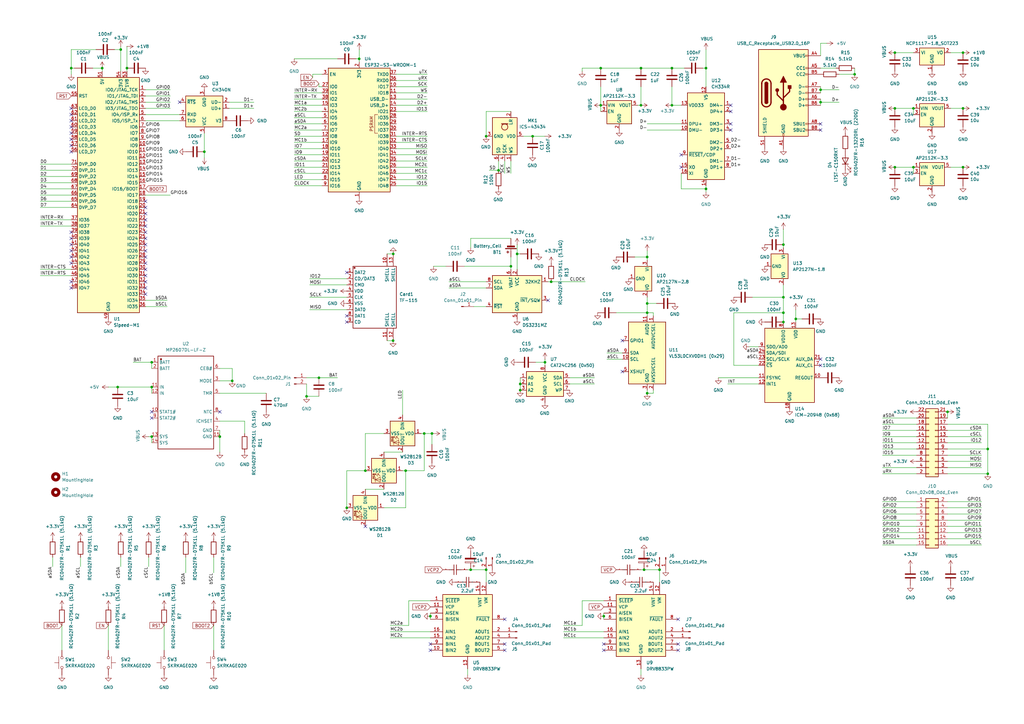
<source format=kicad_sch>
(kicad_sch (version 20250114) (generator "eeschema") (generator_version "9.0")
  (paper "A3")
  (junction (at 147.32 24.13))
  (junction (at 367.03 68.58))
  (junction (at 275.59 43.18))
  (junction (at 29.21 27.94))
  (junction (at 52.07 27.94))
  (junction (at 161.2129 139.7))
  (junction (at 350.52 30.48))
  (junction (at 218.44 55.88))
  (junction (at 125.73 162.56))
  (junction (at 246.38 43.18))
  (junction (at 405.13 194.31))
  (junction (at 213.36 160.02))
  (junction (at 166.37 193.04))
  (junction (at 321.31 121.92))
  (junction (at 374.65 68.58))
  (junction (at 173.99 177.8))
  (junction (at 367.03 21.59))
  (junction (at 262.89 27.94))
  (junction (at 265.43 105.41))
  (junction (at 326.39 130.81))
  (junction (at 177.165 177.8))
  (junction (at 289.56 27.94))
  (junction (at 223.52 148.59))
  (junction (at 262.89 43.18))
  (junction (at 394.97 44.45))
  (junction (at 336.55 36.83))
  (junction (at 270.51 233.68))
  (junction (at 199.39 233.68))
  (junction (at 388.62 168.91))
  (junction (at 394.97 21.59))
  (junction (at 142.24 208.28))
  (junction (at 41.91 27.94))
  (junction (at 193.04 233.68))
  (junction (at 265.43 161.29))
  (junction (at 264.16 233.68))
  (junction (at 199.39 55.88))
  (junction (at 289.56 77.47))
  (junction (at 95.25 156.21))
  (junction (at 48.26 158.75))
  (junction (at 83.82 62.23))
  (junction (at 161.29 104.14))
  (junction (at 321.31 100.33))
  (junction (at 321.31 132.08))
  (junction (at 246.38 27.94))
  (junction (at 90.17 179.07))
  (junction (at 204.47 69.85))
  (junction (at 49.53 20.32))
  (junction (at 336.55 41.91))
  (junction (at 275.59 27.94))
  (junction (at 209.55 109.22))
  (junction (at 62.23 158.75))
  (junction (at 62.23 148.59))
  (junction (at 374.65 44.45))
  (junction (at 321.31 128.27))
  (junction (at 394.97 68.58))
  (junction (at 367.03 44.45))
  (junction (at 62.23 179.07))
  (junction (at 130.81 154.94))
  (junction (at 265.43 124.46))
  (junction (at 247.65 252.73))
  (junction (at 176.53 252.73))
  (junction (at 226.06 115.57))
  (junction (at 405.13 184.15))
  (junction (at 212.09 104.14))
  (junction (at 265.43 128.27))
  (junction (at 149.86 193.04))
  (junction (at 213.36 157.48))
  (no_connect (at 142.24 132.08))
  (no_connect (at 29.21 95.25))
  (no_connect (at 299.72 53.34))
  (no_connect (at 279.4 63.5))
  (no_connect (at 59.69 120.65))
  (no_connect (at 278.13 264.16))
  (no_connect (at 59.69 118.11))
  (no_connect (at 336.55 147.32))
  (no_connect (at 176.53 264.16))
  (no_connect (at 59.69 87.63))
  (no_connect (at 336.55 53.34))
  (no_connect (at 59.69 85.09))
  (no_connect (at 59.69 107.95))
  (no_connect (at 29.21 54.61))
  (no_connect (at 29.21 57.15))
  (no_connect (at 59.69 115.57))
  (no_connect (at 29.21 52.07))
  (no_connect (at 142.24 129.54))
  (no_connect (at 59.69 102.87))
  (no_connect (at 59.69 97.79))
  (no_connect (at 336.55 50.8))
  (no_connect (at 59.69 90.17))
  (no_connect (at 59.69 95.25))
  (no_connect (at 73.66 41.91))
  (no_connect (at 62.23 171.45))
  (no_connect (at 278.13 254))
  (no_connect (at 247.65 266.7))
  (no_connect (at 224.79 123.19))
  (no_connect (at 29.21 118.11))
  (no_connect (at 29.21 49.53))
  (no_connect (at 62.23 168.91))
  (no_connect (at 299.72 43.18))
  (no_connect (at 299.72 50.8))
  (no_connect (at 29.21 59.69))
  (no_connect (at 29.21 105.41))
  (no_connect (at 29.21 97.79))
  (no_connect (at 59.69 110.49))
  (no_connect (at 336.55 149.86))
  (no_connect (at 176.53 266.7))
  (no_connect (at 29.21 115.57))
  (no_connect (at 142.24 111.76))
  (no_connect (at 59.69 105.41))
  (no_connect (at 29.21 44.45))
  (no_connect (at 59.69 92.71))
  (no_connect (at 29.21 102.87))
  (no_connect (at 255.27 139.7))
  (no_connect (at 29.21 46.99))
  (no_connect (at 299.72 45.72))
  (no_connect (at 59.69 100.33))
  (no_connect (at 149.86 215.9))
  (no_connect (at 207.01 266.7))
  (no_connect (at 279.4 68.58))
  (no_connect (at 29.21 62.23))
  (no_connect (at 90.17 168.91))
  (no_connect (at 255.27 152.4))
  (no_connect (at 247.65 264.16))
  (no_connect (at 207.01 254))
  (no_connect (at 207.01 264.16))
  (no_connect (at 278.13 266.7))
  (no_connect (at 59.69 113.03))
  (no_connect (at 59.69 82.55))
  (no_connect (at 29.21 107.95))
  (no_connect (at 29.21 100.33))
  (wire (pts (xy 147.32 24.13) (xy 147.32 25.4)))
  (wire (pts (xy 157.48 177.8) (xy 149.86 177.8)))
  (wire (pts (xy 336.55 36.83) (xy 344.17 36.83)))
  (wire (pts (xy 54.61 148.59) (xy 62.23 148.59)))
  (wire (pts (xy 120.65 58.42) (xy 132.08 58.42)))
  (wire (pts (xy 326.39 130.81) (xy 326.39 132.08)))
  (wire (pts (xy 361.95 179.07) (xy 375.92 179.07)))
  (wire (pts (xy 193.04 233.68) (xy 199.39 233.68)))
  (wire (pts (xy 184.15 118.11) (xy 199.39 118.11)))
  (wire (pts (xy 93.98 41.91) (xy 104.14 41.91)))
  (wire (pts (xy 405.13 194.31) (xy 388.62 194.31)))
  (wire (pts (xy 247.65 252.73) (xy 247.65 254)))
  (wire (pts (xy 68.58 125.73) (xy 59.69 125.73)))
  (wire (pts (xy 402.59 208.28) (xy 388.62 208.28)))
  (wire (pts (xy 213.36 104.14) (xy 212.09 104.14)))
  (wire (pts (xy 59.69 46.99) (xy 73.66 46.99)))
  (wire (pts (xy 289.56 27.94) (xy 289.56 35.56)))
  (wire (pts (xy 142.24 193.04) (xy 142.24 208.28)))
  (wire (pts (xy 184.15 115.57) (xy 199.39 115.57)))
  (wire (pts (xy 29.21 27.94) (xy 30.48 27.94)))
  (wire (pts (xy 402.59 205.74) (xy 388.62 205.74)))
  (wire (pts (xy 336.55 35.56) (xy 336.55 36.83)))
  (wire (pts (xy 173.99 177.8) (xy 177.165 177.8)))
  (wire (pts (xy 52.07 19.05) (xy 52.07 27.94)))
  (wire (pts (xy 60.96 232.41) (xy 60.96 228.6)))
  (wire (pts (xy 388.62 176.53) (xy 402.59 176.53)))
  (wire (pts (xy 361.95 181.61) (xy 375.92 181.61)))
  (wire (pts (xy 177.165 182.245) (xy 177.165 177.8)))
  (wire (pts (xy 212.09 100.33) (xy 212.09 104.14)))
  (wire (pts (xy 289.56 78.74) (xy 289.56 77.47)))
  (wire (pts (xy 16.51 82.55) (xy 29.21 82.55)))
  (wire (pts (xy 130.81 35.56) (xy 132.08 35.56)))
  (wire (pts (xy 120.65 73.66) (xy 132.08 73.66)))
  (wire (pts (xy 308.61 121.92) (xy 321.31 121.92)))
  (wire (pts (xy 76.2 234.95) (xy 76.2 228.6)))
  (wire (pts (xy 265.43 160.02) (xy 265.43 161.29)))
  (wire (pts (xy 69.85 44.45) (xy 59.69 44.45)))
  (wire (pts (xy 29.21 20.32) (xy 39.37 20.32)))
  (wire (pts (xy 246.38 35.56) (xy 246.38 43.18)))
  (wire (pts (xy 233.68 154.94) (xy 243.84 154.94)))
  (wire (pts (xy 361.95 194.31) (xy 375.92 194.31)))
  (wire (pts (xy 67.31 266.7) (xy 67.31 256.54)))
  (wire (pts (xy 267.97 160.02) (xy 267.97 161.29)))
  (wire (pts (xy 321.31 121.92) (xy 321.31 128.27)))
  (wire (pts (xy 265.43 102.87) (xy 265.43 105.41)))
  (wire (pts (xy 267.97 161.29) (xy 265.43 161.29)))
  (wire (pts (xy 218.44 55.88) (xy 214.63 55.88)))
  (wire (pts (xy 83.82 64.77) (xy 83.82 62.23)))
  (wire (pts (xy 127 114.3) (xy 142.24 114.3)))
  (wire (pts (xy 402.59 210.82) (xy 388.62 210.82)))
  (wire (pts (xy 16.51 90.17) (xy 29.21 90.17)))
  (wire (pts (xy 127 127) (xy 142.24 127)))
  (wire (pts (xy 267.97 129.54) (xy 267.97 128.27)))
  (wire (pts (xy 175.26 68.58) (xy 162.56 68.58)))
  (wire (pts (xy 361.95 176.53) (xy 375.92 176.53)))
  (wire (pts (xy 405.13 173.99) (xy 405.13 184.15)))
  (wire (pts (xy 16.51 67.31) (xy 29.21 67.31)))
  (wire (pts (xy 361.95 213.36) (xy 375.92 213.36)))
  (wire (pts (xy 252.73 128.27) (xy 265.43 128.27)))
  (wire (pts (xy 361.95 184.15) (xy 375.92 184.15)))
  (wire (pts (xy 127 121.92) (xy 142.24 121.92)))
  (wire (pts (xy 275.59 35.56) (xy 275.59 43.18)))
  (wire (pts (xy 248.92 147.32) (xy 255.27 147.32)))
  (wire (pts (xy 280.67 27.94) (xy 275.59 27.94)))
  (wire (pts (xy 265.43 121.92) (xy 265.43 124.46)))
  (wire (pts (xy 175.26 45.72) (xy 162.56 45.72)))
  (wire (pts (xy 33.02 232.41) (xy 33.02 228.6)))
  (wire (pts (xy 389.89 68.58) (xy 394.97 68.58)))
  (wire (pts (xy 402.59 220.98) (xy 388.62 220.98)))
  (wire (pts (xy 59.69 49.53) (xy 73.66 49.53)))
  (wire (pts (xy 248.92 144.78) (xy 255.27 144.78)))
  (wire (pts (xy 191.77 274.32) (xy 191.77 276.86)))
  (wire (pts (xy 130.81 154.94) (xy 125.73 154.94)))
  (wire (pts (xy 90.17 176.53) (xy 90.17 179.07)))
  (wire (pts (xy 147.32 20.32) (xy 147.32 24.13)))
  (wire (pts (xy 191.77 233.68) (xy 193.04 233.68)))
  (wire (pts (xy 69.85 41.91) (xy 59.69 41.91)))
  (wire (pts (xy 161.2129 139.7) (xy 161.29 139.7)))
  (wire (pts (xy 44.45 158.75) (xy 48.26 158.75)))
  (wire (pts (xy 90.17 151.13) (xy 95.25 151.13)))
  (wire (pts (xy 279.4 50.8) (xy 265.43 50.8)))
  (wire (pts (xy 16.51 85.09) (xy 29.21 85.09)))
  (wire (pts (xy 388.62 186.69) (xy 402.59 186.69)))
  (wire (pts (xy 146.05 24.13) (xy 147.32 24.13)))
  (wire (pts (xy 46.99 20.32) (xy 49.53 20.32)))
  (wire (pts (xy 389.89 21.59) (xy 394.97 21.59)))
  (wire (pts (xy 336.55 40.64) (xy 336.55 41.91)))
  (wire (pts (xy 388.62 184.15) (xy 405.13 184.15)))
  (wire (pts (xy 21.59 232.41) (xy 21.59 228.6)))
  (wire (pts (xy 162.56 63.5) (xy 175.26 63.5)))
  (wire (pts (xy 238.76 246.38) (xy 238.76 256.54)))
  (wire (pts (xy 120.65 63.5) (xy 132.08 63.5)))
  (wire (pts (xy 367.03 44.45) (xy 374.65 44.45)))
  (wire (pts (xy 361.95 191.77) (xy 375.92 191.77)))
  (wire (pts (xy 350.52 30.48) (xy 344.17 30.48)))
  (wire (pts (xy 209.55 105.41) (xy 209.55 109.22)))
  (wire (pts (xy 120.65 45.72) (xy 132.08 45.72)))
  (wire (pts (xy 69.85 39.37) (xy 59.69 39.37)))
  (wire (pts (xy 279.4 77.47) (xy 289.56 77.47)))
  (wire (pts (xy 374.65 44.45) (xy 374.65 46.99)))
  (wire (pts (xy 194.31 125.73) (xy 199.39 125.73)))
  (wire (pts (xy 321.31 100.33) (xy 321.31 101.6)))
  (wire (pts (xy 289.56 20.32) (xy 289.56 27.94)))
  (wire (pts (xy 62.23 158.75) (xy 62.23 161.29)))
  (wire (pts (xy 95.25 151.13) (xy 95.25 156.21)))
  (wire (pts (xy 260.35 105.41) (xy 265.43 105.41)))
  (wire (pts (xy 120.65 66.04) (xy 132.08 66.04)))
  (wire (pts (xy 127 116.84) (xy 142.24 116.84)))
  (wire (pts (xy 167.64 246.38) (xy 167.64 256.54)))
  (wire (pts (xy 49.53 232.41) (xy 49.53 228.6)))
  (wire (pts (xy 175.26 35.56) (xy 162.56 35.56)))
  (wire (pts (xy 231.14 259.08) (xy 247.65 259.08)))
  (wire (pts (xy 223.52 55.88) (xy 218.44 55.88)))
  (wire (pts (xy 339.09 17.78) (xy 336.55 17.78)))
  (wire (pts (xy 321.31 93.98) (xy 321.31 100.33)))
  (wire (pts (xy 336.55 41.91) (xy 344.17 41.91)))
  (wire (pts (xy 120.65 43.18) (xy 132.08 43.18)))
  (wire (pts (xy 16.51 92.71) (xy 29.21 92.71)))
  (wire (pts (xy 177.8 109.22) (xy 182.88 109.22)))
  (wire (pts (xy 321.31 116.84) (xy 321.31 121.92)))
  (wire (pts (xy 128.27 30.48) (xy 132.08 30.48)))
  (wire (pts (xy 213.36 157.48) (xy 213.36 160.02)))
  (wire (pts (xy 175.26 58.42) (xy 162.56 58.42)))
  (wire (pts (xy 336.55 27.94) (xy 342.9 27.94)))
  (wire (pts (xy 388.62 181.61) (xy 402.59 181.61)))
  (wire (pts (xy 173.99 193.04) (xy 173.99 177.8)))
  (wire (pts (xy 158.75 104.14) (xy 161.29 104.14)))
  (wire (pts (xy 321.31 128.27) (xy 321.31 132.08)))
  (wire (pts (xy 238.76 256.54) (xy 231.14 256.54)))
  (wire (pts (xy 175.26 55.88) (xy 162.56 55.88)))
  (wire (pts (xy 175.26 71.12) (xy 162.56 71.12)))
  (wire (pts (xy 16.51 110.49) (xy 29.21 110.49)))
  (wire (pts (xy 41.91 27.94) (xy 41.91 29.21)))
  (wire (pts (xy 361.95 220.98) (xy 375.92 220.98)))
  (wire (pts (xy 160.02 259.08) (xy 176.53 259.08)))
  (wire (pts (xy 120.65 71.12) (xy 132.08 71.12)))
  (wire (pts (xy 176.53 252.73) (xy 176.53 254)))
  (wire (pts (xy 326.39 127) (xy 326.39 130.81)))
  (wire (pts (xy 165.1 185.42) (xy 157.48 185.42)))
  (wire (pts (xy 166.37 193.04) (xy 173.99 193.04)))
  (wire (pts (xy 298.45 157.48) (xy 311.15 157.48)))
  (wire (pts (xy 83.82 62.23) (xy 83.82 54.61)))
  (wire (pts (xy 223.52 148.59) (xy 223.52 149.86)))
  (wire (pts (xy 125.73 162.56) (xy 125.73 157.48)))
  (wire (pts (xy 130.81 34.29) (xy 130.81 35.56)))
  (wire (pts (xy 69.85 36.83) (xy 59.69 36.83)))
  (wire (pts (xy 120.65 55.88) (xy 132.08 55.88)))
  (wire (pts (xy 87.63 266.7) (xy 87.63 256.54)))
  (wire (pts (xy 361.95 210.82) (xy 375.92 210.82)))
  (wire (pts (xy 265.43 105.41) (xy 265.43 106.68)))
  (wire (pts (xy 90.17 179.07) (xy 90.17 185.42)))
  (wire (pts (xy 149.86 177.8) (xy 149.86 193.04)))
  (wire (pts (xy 175.26 40.64) (xy 162.56 40.64)))
  (wire (pts (xy 270.51 233.68) (xy 270.51 238.76)))
  (wire (pts (xy 100.33 172.72) (xy 100.33 177.8)))
  (wire (pts (xy 262.89 27.94) (xy 246.38 27.94)))
  (wire (pts (xy 175.26 33.02) (xy 162.56 33.02)))
  (wire (pts (xy 166.37 208.28) (xy 166.37 193.04)))
  (wire (pts (xy 173.99 177.8) (xy 172.72 177.8)))
  (wire (pts (xy 175.26 43.18) (xy 162.56 43.18)))
  (wire (pts (xy 275.59 43.18) (xy 279.4 43.18)))
  (wire (pts (xy 29.21 27.94) (xy 29.21 20.32)))
  (wire (pts (xy 160.02 261.62) (xy 176.53 261.62)))
  (wire (pts (xy 44.45 266.7) (xy 44.45 256.54)))
  (wire (pts (xy 226.06 115.57) (xy 240.03 115.57)))
  (wire (pts (xy 213.36 154.94) (xy 213.36 157.48)))
  (wire (pts (xy 361.95 171.45) (xy 375.92 171.45)))
  (wire (pts (xy 157.48 208.28) (xy 166.37 208.28)))
  (wire (pts (xy 247.65 246.38) (xy 238.76 246.38)))
  (wire (pts (xy 16.51 72.39) (xy 29.21 72.39)))
  (wire (pts (xy 38.1 27.94) (xy 41.91 27.94)))
  (wire (pts (xy 120.65 50.8) (xy 132.08 50.8)))
  (wire (pts (xy 175.26 76.2) (xy 162.56 76.2)))
  (wire (pts (xy 100.33 172.72) (xy 90.17 172.72)))
  (wire (pts (xy 209.55 109.22) (xy 209.55 110.49)))
  (wire (pts (xy 199.39 45.72) (xy 199.39 55.88)))
  (wire (pts (xy 175.26 66.04) (xy 162.56 66.04)))
  (wire (pts (xy 212.09 104.14) (xy 212.09 110.49)))
  (wire (pts (xy 402.59 218.44) (xy 388.62 218.44)))
  (wire (pts (xy 361.95 215.9) (xy 375.92 215.9)))
  (wire (pts (xy 125.73 162.56) (xy 130.81 162.56)))
  (wire (pts (xy 49.53 20.32) (xy 49.53 29.21)))
  (wire (pts (xy 264.16 233.68) (xy 270.51 233.68)))
  (wire (pts (xy 405.13 184.15) (xy 405.13 194.31)))
  (wire (pts (xy 90.17 156.21) (xy 95.25 156.21)))
  (wire (pts (xy 193.04 101.6) (xy 193.04 97.79)))
  (wire (pts (xy 60.96 179.07) (xy 62.23 179.07)))
  (wire (pts (xy 175.26 73.66) (xy 162.56 73.66)))
  (wire (pts (xy 224.79 115.57) (xy 226.06 115.57)))
  (wire (pts (xy 361.95 186.69) (xy 375.92 186.69)))
  (wire (pts (xy 68.58 123.19) (xy 59.69 123.19)))
  (wire (pts (xy 265.43 128.27) (xy 265.43 129.54)))
  (wire (pts (xy 265.43 124.46) (xy 265.43 128.27)))
  (wire (pts (xy 120.65 53.34) (xy 132.08 53.34)))
  (wire (pts (xy 128.27 31.75) (xy 128.27 30.48)))
  (wire (pts (xy 367.03 68.58) (xy 374.65 68.58)))
  (wire (pts (xy 361.95 208.28) (xy 375.92 208.28)))
  (wire (pts (xy 199.39 233.68) (xy 199.39 238.76)))
  (wire (pts (xy 336.55 41.91) (xy 336.55 43.18)))
  (wire (pts (xy 367.03 21.59) (xy 374.65 21.59)))
  (wire (pts (xy 90.17 161.29) (xy 109.22 161.29)))
  (wire (pts (xy 402.59 215.9) (xy 388.62 215.9)))
  (wire (pts (xy 262.89 274.32) (xy 262.89 276.86)))
  (wire (pts (xy 175.26 30.48) (xy 162.56 30.48)))
  (wire (pts (xy 262.89 35.56) (xy 262.89 43.18)))
  (wire (pts (xy 279.4 71.12) (xy 279.4 77.47)))
  (wire (pts (xy 238.76 27.94) (xy 238.76 29.21)))
  (wire (pts (xy 288.29 27.94) (xy 289.56 27.94)))
  (wire (pts (xy 374.65 68.58) (xy 374.65 71.12)))
  (wire (pts (xy 176.53 246.38) (xy 167.64 246.38)))
  (wire (pts (xy 158.75 139.7) (xy 161.2129 139.7)))
  (wire (pts (xy 25.4 266.7) (xy 25.4 256.54)))
  (wire (pts (xy 165.1 160.02) (xy 165.1 170.18)))
  (wire (pts (xy 388.62 189.23) (xy 402.59 189.23)))
  (wire (pts (xy 300.99 149.86) (xy 311.15 149.86)))
  (wire (pts (xy 207.01 66.04) (xy 207.01 71.12)))
  (wire (pts (xy 294.64 154.94) (xy 311.15 154.94)))
  (wire (pts (xy 138.43 154.94) (xy 130.81 154.94)))
  (wire (pts (xy 120.65 60.96) (xy 132.08 60.96)))
  (wire (pts (xy 267.97 128.27) (xy 265.43 128.27)))
  (wire (pts (xy 62.23 148.59) (xy 62.23 151.13)))
  (wire (pts (xy 165.1 193.04) (xy 166.37 193.04)))
  (wire (pts (xy 52.07 27.94) (xy 52.07 29.21)))
  (wire (pts (xy 209.55 45.72) (xy 199.39 45.72)))
  (wire (pts (xy 231.14 261.62) (xy 247.65 261.62)))
  (wire (pts (xy 350.52 27.94) (xy 350.52 30.48)))
  (wire (pts (xy 388.62 173.99) (xy 405.13 173.99)))
  (wire (pts (xy 289.56 77.47) (xy 289.56 76.2)))
  (wire (pts (xy 262.89 233.68) (xy 264.16 233.68)))
  (wire (pts (xy 177.8 177.8) (xy 177.165 177.8)))
  (wire (pts (xy 167.64 256.54) (xy 160.02 256.54)))
  (wire (pts (xy 49.53 19.05) (xy 49.53 20.32)))
  (wire (pts (xy 307.34 142.24) (xy 311.15 142.24)))
  (wire (pts (xy 120.65 40.64) (xy 132.08 40.64)))
  (wire (pts (xy 361.95 205.74) (xy 375.92 205.74)))
  (wire (pts (xy 29.21 27.94) (xy 29.21 30.48)))
  (wire (pts (xy 246.38 43.18) (xy 246.38 45.72)))
  (wire (pts (xy 120.65 38.1) (xy 132.08 38.1)))
  (wire (pts (xy 361.95 173.99) (xy 375.92 173.99)))
  (wire (pts (xy 204.47 66.04) (xy 204.47 69.85)))
  (wire (pts (xy 200.66 69.85) (xy 204.47 69.85)))
  (wire (pts (xy 388.62 191.77) (xy 402.59 191.77)))
  (wire (pts (xy 16.51 80.01) (xy 29.21 80.01)))
  (wire (pts (xy 279.4 53.34) (xy 265.43 53.34)))
  (wire (pts (xy 328.93 130.81) (xy 326.39 130.81)))
  (wire (pts (xy 300.99 128.27) (xy 321.31 128.27)))
  (wire (pts (xy 16.51 113.03) (xy 29.21 113.03)))
  (wire (pts (xy 93.98 44.45) (xy 104.14 44.45)))
  (wire (pts (xy 402.59 223.52) (xy 388.62 223.52)))
  (wire (pts (xy 175.26 60.96) (xy 162.56 60.96)))
  (wire (pts (xy 176.53 251.46) (xy 176.53 252.73)))
  (wire (pts (xy 157.48 200.66) (xy 149.86 200.66)))
  (wire (pts (xy 69.85 80.01) (xy 59.69 80.01)))
  (wire (pts (xy 120.65 76.2) (xy 132.08 76.2)))
  (wire (pts (xy 149.86 193.04) (xy 142.24 193.04)))
  (wire (pts (xy 209.55 66.04) (xy 209.55 71.12)))
  (wire (pts (xy 16.51 69.85) (xy 29.21 69.85)))
  (wire (pts (xy 275.59 27.94) (xy 262.89 27.94)))
  (wire (pts (xy 336.55 17.78) (xy 336.55 22.86)))
  (wire (pts (xy 120.65 48.26) (xy 132.08 48.26)))
  (wire (pts (xy 48.26 158.75) (xy 62.23 158.75)))
  (wire (pts (xy 175.26 38.1) (xy 162.56 38.1)))
  (wire (pts (xy 120.65 68.58) (xy 132.08 68.58)))
  (wire (pts (xy 223.52 147.32) (xy 223.52 148.59)))
  (wire (pts (xy 16.51 74.93) (xy 29.21 74.93)))
  (wire (pts (xy 336.55 36.83) (xy 336.55 38.1)))
  (wire (pts (xy 87.63 228.6) (xy 87.63 234.95)))
  (wire (pts (xy 219.71 148.59) (xy 223.52 148.59)))
  (wire (pts (xy 190.5 109.22) (xy 209.55 109.22)))
  (wire (pts (xy 193.04 97.79) (xy 209.55 97.79)))
  (wire (pts (xy 300.99 149.86) (xy 300.99 128.27)))
  (wire (pts (xy 389.89 44.45) (xy 394.97 44.45)))
  (wire (pts (xy 388.62 179.07) (xy 402.59 179.07)))
  (wire (pts (xy 247.65 251.46) (xy 247.65 252.73)))
  (wire (pts (xy 361.95 223.52) (xy 375.92 223.52)))
  (wire (pts (xy 388.62 168.91) (xy 388.62 171.45)))
  (wire (pts (xy 261.62 43.18) (xy 262.89 43.18)))
  (wire (pts (xy 233.68 157.48) (xy 243.84 157.48)))
  (wire (pts (xy 246.38 27.94) (xy 238.76 27.94)))
  (wire (pts (xy 62.23 179.07) (xy 62.23 181.61)))
  (wire (pts (xy 361.95 218.44) (xy 375.92 218.44)))
  (wire (pts (xy 16.51 77.47) (xy 29.21 77.47)))
  (wire (pts (xy 269.24 124.46) (xy 265.43 124.46)))
  (wire (pts (xy 402.59 213.36) (xy 388.62 213.36)))
  (wire (pts (xy 120.65 24.13) (xy 138.43 24.13)))
  (label "SD " (at 200.66 69.85 0))
  (label "D2-" (at 299.72 58.42 0))
  (label "GPIO9" (at 402.59 213.36 180))
  (label "IO9" (at 361.95 179.07 0))
  (label "uTX" (at 361.95 191.77 0))
  (label "aSCL" (at 120.65 48.26 0))
  (label "MISO" (at 127 127 0))
  (label "GPIO1" (at 69.85 39.37 180))
  (label "SD " (at 120.65 55.88 0))
  (label "WS" (at 209.55 71.12 90))
  (label "WS" (at 175.26 38.1 180))
  (label "IO12" (at 175.26 73.66 180))
  (label "uTX" (at 175.26 30.48 180))
  (label "MC2a" (at 160.02 256.54 0))
  (label "cSCL" (at 402.59 179.07 180))
  (label "GPIO8" (at 361.95 213.36 0))
  (label "IO15" (at 175.26 76.2 180))
  (label "D3" (at 16.51 74.93 0))
  (label "GPIO15" (at 402.59 220.98 180))
  (label "MC1a" (at 231.14 256.54 0))
  (label "D0" (at 16.51 67.31 0))
  (label "SCLK" (at 175.26 66.04 180))
  (label "D2+" (at 175.26 43.18 180))
  (label "cSCL" (at 60.96 232.41 270))
  (label "GPIO6" (at 59.69 52.07 0))
  (label "GPIO6" (at 361.95 210.82 0))
  (label "GPIO10" (at 361.95 215.9 0))
  (label "D1-" (at 104.14 41.91 180))
  (label "D1+" (at 104.14 44.45 180))
  (label "IO7" (at 120.65 60.96 0))
  (label "GPIO0" (at 361.95 205.74 0))
  (label "cSDA" (at 49.53 232.41 270))
  (label "D-" (at 344.17 36.83 180))
  (label "D2" (at 16.51 72.39 0))
  (label "MISO" (at 402.59 191.77 180))
  (label "INTER-RTS" (at 175.26 55.88 180))
  (label "D-" (at 265.43 53.34 180))
  (label "GPIO7" (at 402.59 210.82 180))
  (label "cSCL" (at 120.65 71.12 0))
  (label "D7" (at 16.51 85.09 0))
  (label "LED" (at 165.1 160.02 270))
  (label "GPIO8" (at 59.69 57.15 0))
  (label "bSDA" (at 361.95 223.52 0))
  (label "IO13" (at 361.95 184.15 0))
  (label "aSDA" (at 361.95 171.45 0))
  (label "INTER-RTS" (at 16.51 113.03 0))
  (label "INTER-RX" (at 16.51 90.17 0))
  (label "cSDA" (at 402.59 176.53 180))
  (label "aSCL" (at 361.95 173.99 0))
  (label "INTER-TX" (at 16.51 92.71 0))
  (label "SCLK" (at 127 121.92 0))
  (label "aSCL" (at 184.15 115.57 0))
  (label "IO12" (at 402.59 181.61 180))
  (label "GPIO11" (at 402.59 215.9 180))
  (label "MC1a" (at 120.65 43.18 0))
  (label "GPIO9" (at 59.69 59.69 0))
  (label "IO13" (at 175.26 45.72 180))
  (label "D4" (at 16.51 77.47 0))
  (label "D+" (at 265.43 50.8 180))
  (label "D2+" (at 299.72 60.96 0))
  (label "MC2b" (at 160.02 259.08 0))
  (label "GPIO15" (at 59.69 74.93 0))
  (label "SCK" (at 207.01 71.12 90))
  (label "MC1b" (at 231.14 259.08 0))
  (label "INTER-CTS" (at 175.26 58.42 180))
  (label "uRX" (at 361.95 194.31 0))
  (label "GPIO10" (at 59.69 62.23 0))
  (label "BAT" (at 54.61 148.59 0))
  (label "bSCL" (at 402.59 223.52 180))
  (label "GPIO3" (at 69.85 44.45 180))
  (label "BAT" (at 138.43 154.94 180))
  (label "MC2c" (at 175.26 68.58 180))
  (label "IO15" (at 361.95 186.69 0))
  (label "MC1c" (at 231.14 261.62 0))
  (label "aSCL" (at 311.15 147.32 180))
  (label "GPIO16" (at 69.85 80.01 0))
  (label "bSCL" (at 87.63 234.95 270))
  (label "bSDA" (at 68.58 123.19 180))
  (label "IO11" (at 361.95 181.61 0))
  (label "GPIO11" (at 59.69 64.77 0))
  (label "MC2b" (at 120.65 45.72 0))
  (label "aSDA" (at 21.59 232.41 270))
  (label "CLOCK" (at 120.65 76.2 0))
  (label "D2-" (at 175.26 40.64 180))
  (label "IO7" (at 361.95 176.53 0))
  (label "GPIO3" (at 402.59 208.28 180))
  (label "D+" (at 344.17 41.91 180))
  (label "MC2c" (at 160.02 261.62 0))
  (label "INTER-TX" (at 120.65 40.64 0))
  (label "aSDA" (at 248.92 144.78 0))
  (label "aSDA" (at 243.84 154.94 180))
  (label "CLOCK" (at 240.03 115.57 180))
  (label "aSCL" (at 33.02 232.41 270))
  (label "LED" (at 120.65 73.66 0))
  (label "SCK" (at 175.26 35.56 180))
  (label "MISO" (at 175.26 60.96 180))
  (label "D6" (at 16.51 82.55 0))
  (label "D1-" (at 299.72 66.04 0))
  (label "cSDA" (at 120.65 66.04 0))
  (label "GPIO14" (at 361.95 220.98 0))
  (label "INTER-RX" (at 120.65 38.1 0))
  (label "IO11" (at 120.65 68.58 0))
  (label "D1+" (at 299.72 68.58 0))
  (label "IO9" (at 120.65 63.5 0))
  (label "GPIO13" (at 59.69 69.85 0))
  (label "D1" (at 16.51 69.85 0))
  (label "MOSI" (at 127 116.84 0))
  (label "aSDA" (at 184.15 118.11 0))
  (label "IO12" (at 127 114.3 0))
  (label "MOSI" (at 175.26 63.5 180))
  (label "uRX" (at 175.26 33.02 180))
  (label "MC2a" (at 120.65 53.34 0))
  (label "SCLK" (at 402.59 186.69 180))
  (label "GPIO1" (at 402.59 205.74 180))
  (label "GPIO12" (at 361.95 218.44 0))
  (label "GPIO2" (at 361.95 208.28 0))
  (label "GPIO12" (at 59.69 67.31 0))
  (label "aSDA" (at 311.15 144.78 180))
  (label "GPIO13" (at 402.59 218.44 180))
  (label "GPIO0" (at 69.85 36.83 180))
  (label "bSCL" (at 68.58 125.73 180))
  (label "D5" (at 16.51 80.01 0))
  (label "aSCL" (at 248.92 147.32 0))
  (label "INT " (at 298.45 157.48 0))
  (label "aSDA" (at 120.65 50.8 0))
  (label "GPIO7" (at 59.69 54.61 0))
  (label "MOSI" (at 402.59 189.23 180))
  (label "aSCL" (at 243.84 157.48 180))
  (label "MC1b" (at 120.65 58.42 0))
  (label "MC1c" (at 175.26 71.12 180))
  (label "INTER-CTS" (at 16.51 110.49 0))
  (label "GPIO14" (at 59.69 72.39 0))
  (label "GPIO2" (at 69.85 41.91 180))
  (label "bSDA" (at 76.2 234.95 270))
  (global_label "VCP2" (shape input) (at 181.61 233.68 180) (property "Intersheetrefs" "${INTERSHEET_REFS}" (effects (hide yes))))
  (global_label "EN" (shape input) (at 128.27 31.75 180) (property "Intersheetrefs" "${INTERSHEET_REFS}" (effects (hide yes))))
  (global_label "VCP" (shape input) (at 252.73 233.68 180) (property "Intersheetrefs" "${INTERSHEET_REFS}" (effects (hide yes))))
  (global_label "BOOT" (shape input) (at 130.81 34.29 180) (property "Intersheetrefs" "${INTERSHEET_REFS}" (effects (hide yes))))
  (global_label "BOOT2" (shape input) (at 59.69 77.47 0) (property "Intersheetrefs" "${INTERSHEET_REFS}" (effects (hide yes))))
  (global_label "RST" (shape input) (at 29.21 39.37 180) (property "Intersheetrefs" "${INTERSHEET_REFS}" (effects (hide yes))))
  (global_label "BOOT" (shape input) (at 25.4 256.54 180) (property "Intersheetrefs" "${INTERSHEET_REFS}" (effects (hide yes))))
  (global_label "BOOT2" (shape input) (at 87.63 256.54 180) (property "Intersheetrefs" "${INTERSHEET_REFS}" (effects (hide yes))))
  (global_label "VCP" (shape input) (at 247.65 248.92 180) (property "Intersheetrefs" "${INTERSHEET_REFS}" (effects (hide yes))))
  (global_label "RST" (shape input) (at 67.31 256.54 180) (property "Intersheetrefs" "${INTERSHEET_REFS}" (effects (hide yes))))
  (global_label "EN" (shape input) (at 44.45 256.54 180) (property "Intersheetrefs" "${INTERSHEET_REFS}" (effects (hide yes))))
  (global_label "VCP2" (shape input) (at 176.53 248.92 180) (property "Intersheetrefs" "${INTERSHEET_REFS}" (effects (hide yes))))
  (symbol (lib_id "power:+1V8") (at 67.31 248.92 0) (unit 1)
    (property "Reference" "#PWR018" (effects (hide yes)))
    (property "Value" "+1V8" (at 67.31 243.84 0))
    (property "Description" "Power symbol creates a global label with name \"+1V8\"" (effects (hide yes)))
  )
  (symbol (lib_id "power:+3.3V") (at 33.02 220.98 0) (unit 1)
    (property "Reference" "#PWR05" (effects (hide yes)))
    (property "Value" "+3.3V" (at 33.02 215.9 0))
    (property "Description" "Power symbol creates a global label with name \"+3.3V\"" (effects (hide yes)))
  )
  (symbol (lib_id "Device:R") (at 346.71 58.42 0) (unit 1)
    (property "Reference" "R16" (at 353.568 58.42 90))
    (property "Value" "RC0402FR-13220RL (220Ω)" (at 351.028 58.42 90))
    (property "Footprint" "0402:R0402" (effects (hide yes)))
    (property "Description" "Resistor" (effects (hide yes)))
  )
  (symbol (lib_id "Device:R") (at 67.31 252.73 0) (unit 1)
    (property "Reference" "R7" (at 73.66 252.73 90))
    (property "Value" "RC0402FR-075K1L (5.1kΩ)" (at 71.12 252.73 90))
    (property "Footprint" "0402:R0402" (effects (hide yes)))
    (property "Description" "Resistor" (effects (hide yes)))
  )
  (symbol (lib_id "Switch:SW_Push") (at 44.45 271.78 270) (unit 1)
    (property "Reference" "SW2" (at 49.53 270.5099 90) (effects (justify left)))
    (property "Value" "SKRKAGE020" (at 49.53 273.0499 90) (effects (justify left)))
    (property "Footprint" "Button_Switch_SMD:SW_Push_SPST_NO_Alps_SKRK" (effects (hide yes)))
    (property "Description" "Push button switch, generic, two pins" (effects (hide yes)))
  )
  (symbol (lib_id "power:+3.3V") (at 226.06 107.95 0) (unit 1)
    (property "Reference" "#PWR061" (effects (hide yes)))
    (property "Value" "+3.3V" (at 226.06 102.87 0))
    (property "Description" "Power symbol creates a global label with name \"+3.3V\"" (effects (hide yes)))
  )
  (symbol (lib_id "power:GND") (at 201.93 233.68 0) (unit 1) (on_board no)
    (property "Reference" "#PWR050" (effects (hide yes)))
    (property "Value" "GND" (at 201.93 238.76 0))
    (property "Description" "Power symbol creates a global label with name \"GND\" , ground" (effects (hide yes)))
  )
  (symbol (lib_id "power:GND") (at 161.29 104.14 180) (unit 1)
    (property "Reference" "#PWR040" (effects (hide yes)))
    (property "Value" "GND" (at 161.29 99.06 0))
    (property "Description" "Power symbol creates a global label with name \"GND\" , ground" (effects (hide yes)))
  )
  (symbol (lib_id "Switch:SW_Push") (at 25.4 271.78 90) (unit 1)
    (property "Reference" "SW1" (at 26.67 270.5099 90) (effects (justify right)))
    (property "Value" "SKRKAGE020" (at 26.67 273.0499 90) (effects (justify right)))
    (property "Footprint" "Button_Switch_SMD:SW_Push_SPST_NO_Alps_SKRK" (effects (hide yes)))
    (property "Description" "Push button switch, generic, two pins" (effects (hide yes)))
  )
  (symbol (lib_id "Device:R") (at 76.2 224.79 0) (unit 1)
    (property "Reference" "R8" (at 82.55 224.79 90))
    (property "Value" "RC0402FR-075K1L (5.1kΩ)" (at 80.01 224.79 90))
    (property "Footprint" "0402:R0402" (effects (hide yes)))
    (property "Description" "Resistor" (effects (hide yes)))
  )
  (symbol (lib_id "power:GND") (at 262.89 276.86 0) (unit 1) (on_board no)
    (property "Reference" "#PWR072" (effects (hide yes)))
    (property "Value" "GND" (at 262.89 281.94 0))
    (property "Description" "Power symbol creates a global label with name \"GND\" , ground" (effects (hide yes)))
  )
  (symbol (lib_id "power:GND") (at 161.2129 139.7 0) (unit 1)
    (property "Reference" "#PWR039" (effects (hide yes)))
    (property "Value" "GND" (at 161.2129 144.78 0))
    (property "Description" "Power symbol creates a global label with name \"GND\" , ground" (effects (hide yes)))
  )
  (symbol (lib_id "Device:C") (at 97.79 49.53 270) (unit 1)
    (property "Reference" "C6" (at 97.79 53.34 90))
    (property "Value" "100nF" (at 97.79 55.88 90))
    (property "Footprint" "10uF:C0402" (effects (hide yes)))
    (property "Description" "Unpolarized capacitor" (effects (hide yes)))
  )
  (symbol (lib_id "power:GND") (at 373.38 240.03 0) (unit 1)
    (property "Reference" "#PWR0105" (effects (hide yes)))
    (property "Value" "GND" (at 373.38 245.11 0))
    (property "Description" "Power symbol creates a global label with name \"GND\" , ground" (effects (hide yes)))
  )
  (symbol (lib_name "GND_1") (lib_id "power:GND") (at 109.22 168.91 0) (unit 1)
    (property "Reference" "#PWR031" (effects (hide yes)))
    (property "Value" "GND" (at 109.22 173.99 0))
    (property "Description" "Power symbol creates a global label with name \"GND\" , ground" (effects (hide yes)))
  )
  (symbol (lib_id "LED:WS2812B") (at 157.48 193.04 270) (unit 1)
    (property "Reference" "D2" (at 161.417 205.105 90))
    (property "Value" "WS2812B" (at 161.417 202.565 90))
    (property "Footprint" "LED_SMD:LED_WS2812B_PLCC4_5.0x5.0mm_P3.2mm" (effects (hide yes)))
    (property "Datasheet" "https://cdn-shop.adafruit.com/datasheets/WS2812B.pdf" (effects (hide yes)))
    (property "Description" "RGB LED with integrated controller" (effects (hide yes)))
  )
  (symbol (lib_id "Device:C_Polarized") (at 264.16 229.87 180) (unit 1)
    (property "Reference" "C24" (at 269.24 229.87 0) (effects (justify left)))
    (property "Value" "10uF" (at 269.748 227.33 0) (effects (justify left)))
    (property "Footprint" "TAJA106K016RNJ:TAJA106K016RNJ" (effects (hide yes)))
    (property "Description" "Polarized capacitor" (effects (hide yes)))
  )
  (symbol (lib_id "power:VBUS") (at 389.89 232.41 0) (unit 1)
    (property "Reference" "#PWR0112" (effects (hide yes)))
    (property "Value" "VBUS" (at 390.271 228.0158 0))
  )
  (symbol (lib_id "Device:C") (at 367.03 72.39 0) (unit 1)
    (property "Reference" "C35" (at 370.84 71.1199 0) (effects (justify left)))
    (property "Value" "10uF" (at 370.84 73.6599 0) (effects (justify left)))
    (property "Footprint" "10uF:C0402" (effects (hide yes)))
    (property "Description" "Unpolarized capacitor" (effects (hide yes)))
  )
  (symbol (lib_id "power:GND") (at 264.16 226.06 180) (unit 1) (on_board no)
    (property "Reference" "#PWR073" (effects (hide yes)))
    (property "Value" "GND" (at 264.16 220.98 0))
    (property "Description" "Power symbol creates a global label with name \"GND\" , ground" (effects (hide yes)))
  )
  (symbol (lib_id "GRM155R60J225KE01D:GRM155R60J225KE01D") (at 191.77 238.76 0) (unit 1)
    (property "Reference" "C13" (at 189.23 240.284 0))
    (property "Value" "2.2uF" (at 191.77 242.316 0))
    (property "Footprint" "GRM155R60J225KE01D:GRM155R60J225KE01D" (effects (hide yes)))
    (property "Manufacturer Part" "GRM155R60J225KE01D" (effects (hide yes)))
    (property "Manufacturer" "muRata(村田)" (effects (hide yes)))
    (property "Supplier Part" "C319185" (effects (hide yes)))
    (property "Supplier" "LCSC" (effects (hide yes)))
  )
  (symbol (lib_id "LED:WS2812B") (at 165.1 177.8 270) (unit 1)
    (property "Reference" "D3" (at 168.529 189.865 90))
    (property "Value" "WS2812B" (at 168.529 187.325 90))
    (property "Footprint" "LED_SMD:LED_WS2812B_PLCC4_5.0x5.0mm_P3.2mm" (effects (hide yes)))
    (property "Datasheet" "https://cdn-shop.adafruit.com/datasheets/WS2812B.pdf" (effects (hide yes)))
    (property "Description" "RGB LED with integrated controller" (effects (hide yes)))
  )
  (symbol (lib_id "Device:C") (at 262.89 31.75 0) (unit 1)
    (property "Reference" "C22" (at 266.7 30.4799 0) (effects (justify left)))
    (property "Value" "1uF" (at 266.7 33.0199 0) (effects (justify left)))
    (property "Footprint" "10uF:C0402" (effects (hide yes)))
    (property "Description" "Unpolarized capacitor" (effects (hide yes)))
  )
  (symbol (lib_id "power:VBUS") (at 289.56 20.32 0) (unit 1)
    (property "Reference" "#PWR079" (effects (hide yes)))
    (property "Value" "VBUS" (at 289.941 15.9258 0))
  )
  (symbol (lib_id "power:GND") (at 87.63 276.86 0) (unit 1)
    (property "Reference" "#PWR026" (effects (hide yes)))
    (property "Value" "GND" (at 87.63 281.94 0))
    (property "Description" "Power symbol creates a global label with name \"GND\" , ground" (effects (hide yes)))
  )
  (symbol (lib_id "Device:C") (at 367.03 25.4 0) (unit 1)
    (property "Reference" "C33" (at 369.951 24.2316 0) (effects (justify left)))
    (property "Value" "10u" (at 369.951 26.543 0) (effects (justify left)))
    (property "Footprint" "Capacitor_SMD:C_0805_2012Metric" (effects (hide yes)))
  )
  (symbol (lib_id "power:VBUS") (at 367.03 44.45 90) (unit 1)
    (property "Reference" "#PWR0100" (effects (hide yes)))
    (property "Value" "VBUS" (at 362.6358 44.069 0))
  )
  (symbol (lib_id "power:VBUS") (at 367.03 21.59 90) (unit 1)
    (property "Reference" "#PWR098" (effects (hide yes)))
    (property "Value" "VBUS" (at 362.6358 21.209 0))
  )
  (symbol (lib_id "power:GND") (at 44.45 276.86 0) (unit 1)
    (property "Reference" "#PWR010" (effects (hide yes)))
    (property "Value" "GND" (at 44.45 281.94 0))
    (property "Description" "Power symbol creates a global label with name \"GND\" , ground" (effects (hide yes)))
  )
  (symbol (lib_id "Device:C") (at 130.81 158.75 0) (unit 1)
    (property "Reference" "C8" (at 134.62 157.4799 0) (effects (justify left)))
    (property "Value" "100nF" (at 134.62 160.0199 0) (effects (justify left)))
    (property "Footprint" "10uF:C0402" (effects (hide yes)))
    (property "Description" "Unpolarized capacitor" (effects (hide yes)))
  )
  (symbol (lib_id "Connector:Conn_01x01_Pin") (at 283.21 261.62 180) (unit 1)
    (property "Reference" "J8" (at 282.194 266.192 0))
    (property "Value" "Conn_01x01_Pad" (at 289.052 263.906 0))
    (property "Footprint" "TestPoint:TestPoint_Pad_1.5x1.5mm" (effects (hide yes)))
    (property "Description" "Generic connector, single row, 01x01, script generated" (effects (hide yes)))
  )
  (symbol (lib_id "Switch:SW_Push") (at 87.63 271.78 90) (unit 1)
    (property "Reference" "SW4" (at 88.9 270.5099 90) (effects (justify right)))
    (property "Value" "SKRKAGE020" (at 88.9 273.0499 90) (effects (justify right)))
    (property "Footprint" "Button_Switch_SMD:SW_Push_SPST_NO_Alps_SKRK" (effects (hide yes)))
    (property "Description" "Push button switch, generic, two pins" (effects (hide yes)))
  )
  (symbol (lib_id "Device:C") (at 215.9 148.59 270) (unit 1)
    (property "Reference" "C15" (at 215.9 140.97 90))
    (property "Value" "100nF" (at 215.9 143.51 90))
    (property "Footprint" "10uF:C0402" (effects (hide yes)))
    (property "Description" "Unpolarized capacitor" (effects (hide yes)))
  )
  (symbol (lib_id "power:GND") (at 177.165 189.865 0) (unit 1)
    (property "Reference" "#PWR042" (effects (hide yes)))
    (property "Value" "GND" (at 177.165 194.945 0))
    (property "Description" "Power symbol creates a global label with name \"GND\" , ground" (effects (hide yes)))
  )
  (symbol (lib_id "power:+3.3V") (at 49.53 220.98 0) (unit 1)
    (property "Reference" "#PWR013" (effects (hide yes)))
    (property "Value" "+3.3V" (at 49.53 215.9 0))
    (property "Description" "Power symbol creates a global label with name \"+3.3V\"" (effects (hide yes)))
  )
  (symbol (lib_id "power:GND") (at 218.44 63.5 0) (mirror y) (unit 1)
    (property "Reference" "#PWR056" (effects (hide yes)))
    (property "Value" "GND" (at 218.313 67.8942 0))
  )
  (symbol (lib_id "Device:C_Polarized") (at 193.04 229.87 180) (unit 1)
    (property "Reference" "C14" (at 198.12 229.87 0) (effects (justify left)))
    (property "Value" "10uF" (at 198.628 227.33 0) (effects (justify left)))
    (property "Footprint" "TAJA106K016RNJ:TAJA106K016RNJ" (effects (hide yes)))
    (property "Description" "Polarized capacitor" (effects (hide yes)))
  )
  (symbol (lib_id "Regulator_Linear:AP2127N-2.8") (at 265.43 114.3 270) (unit 1)
    (property "Reference" "U10" (at 269.24 113.0299 90) (effects (justify left)))
    (property "Value" "AP2127N-2.8" (at 269.24 115.5699 90) (effects (justify left)))
    (property "Footprint" "Package_TO_SOT_SMD:SOT-23" (effects (hide yes)))
    (property "Datasheet" "https://www.diodes.com/assets/Datasheets/AP2127.pdf" (effects (hide yes)))
    (property "Description" "300mA low dropout linear regulator, shutdown pin, 2.5V-6V input voltage, 2.8V fixed positive output, SOT-23 package" (effects (hide yes)))
  )
  (symbol (lib_id "power:GND") (at 350.52 30.48 0) (unit 1)
    (property "Reference" "#PWR097" (effects (hide yes)))
    (property "Value" "GND" (at 350.52 35.56 0))
    (property "Description" "Power symbol creates a global label with name \"GND\" , ground" (effects (hide yes)))
  )
  (symbol (lib_id "power:+3.3V") (at 147.32 20.32 0) (unit 1)
    (property "Reference" "#PWR037" (effects (hide yes)))
    (property "Value" "+3.3V" (at 147.32 15.24 0))
    (property "Description" "Power symbol creates a global label with name \"+3.3V\"" (effects (hide yes)))
  )
  (symbol (lib_id "Regulator_Linear:AP2112K-3.3") (at 382.27 46.99 0) (unit 1)
    (property "Reference" "U16" (at 382.27 38.1 0))
    (property "Value" "AP2112K-3.3" (at 382.27 40.64 0))
    (property "Footprint" "Package_TO_SOT_SMD:SOT-23-5" (effects (hide yes)))
    (property "Datasheet" "https://www.diodes.com/assets/Datasheets/AP2112.pdf" (effects (hide yes)))
    (property "Description" "600mA low dropout linear regulator, with enable pin, 3.8V-6V input voltage range, 3.3V fixed positive output, SOT-23-5" (effects (hide yes)))
  )
  (symbol (lib_id "power:GND") (at 367.03 29.21 0) (unit 1)
    (property "Reference" "#PWR099" (effects (hide yes)))
    (property "Value" "GND" (at 367.03 34.29 0))
    (property "Description" "Power symbol creates a global label with name \"GND\" , ground" (effects (hide yes)))
  )
  (symbol (lib_id "power:GND") (at 394.97 76.2 0) (unit 1)
    (property "Reference" "#PWR0119" (effects (hide yes)))
    (property "Value" "GND" (at 394.97 81.28 0))
    (property "Description" "Power symbol creates a global label with name \"GND\" , ground" (effects (hide yes)))
  )
  (symbol (lib_id "Timer_RTC:DS3231MZ") (at 212.09 120.65 0) (unit 1)
    (property "Reference" "U6" (at 214.2333 130.81 0) (effects (justify left)))
    (property "Value" "DS3231MZ" (at 214.2333 133.35 0) (effects (justify left)))
    (property "Footprint" "Package_SO:SOIC-8_3.9x4.9mm_P1.27mm" (effects (hide yes)))
    (property "Datasheet" "http://datasheets.maximintegrated.com/en/ds/DS3231M.pdf" (effects (hide yes)))
    (property "Description" "±5ppm, I2C Real-Time Clock SOIC-8" (effects (hide yes)))
  )
  (symbol (lib_id "power:GND") (at 321.31 60.96 0) (unit 1)
    (property "Reference" "#PWR088" (effects (hide yes)))
    (property "Value" "GND" (at 321.31 66.04 0))
    (property "Description" "Power symbol creates a global label with name \"GND\" , ground" (effects (hide yes)))
  )
  (symbol (lib_id "Connector_Generic:Conn_02x08_Odd_Even") (at 381 213.36 0) (unit 1)
    (property "Reference" "J10" (at 382.27 199.39 0))
    (property "Value" "Conn_02x08_Odd_Even" (at 382.27 201.93 0))
    (property "Footprint" "Connector_PinHeader_2.54mm:PinHeader_2x08_P2.54mm_Vertical" (effects (hide yes)))
    (property "Description" "Generic connector, double row, 02x08, odd/even pin numbering scheme (row 1 odd numbers, row 2 even numbers), script generated (kicad-library-utils/schlib/autogen/connector/)" (effects (hide yes)))
  )
  (symbol (lib_id "power:GND") (at 382.27 29.21 0) (unit 1)
    (property "Reference" "#PWR0108" (effects (hide yes)))
    (property "Value" "GND" (at 382.27 34.29 0))
    (property "Description" "Power symbol creates a global label with name \"GND\" , ground" (effects (hide yes)))
  )
  (symbol (lib_id "power:GND") (at 44.45 130.81 0) (unit 1)
    (property "Reference" "#PWR07" (effects (hide yes)))
    (property "Value" "GND" (at 44.45 135.89 0))
    (property "Description" "Power symbol creates a global label with name \"GND\" , ground" (effects (hide yes)))
  )
  (symbol (lib_id "power:GND") (at 265.43 161.29 0) (mirror y) (unit 1)
    (property "Reference" "#PWR075" (effects (hide yes)))
    (property "Value" "GND" (at 265.303 165.6842 0))
  )
  (symbol (lib_id "Memory_EEPROM:CAT24C256") (at 223.52 157.48 0) (unit 1)
    (property "Reference" "U7" (at 225.6633 147.32 0) (effects (justify left)))
    (property "Value" "CAT24C256 (0x50)" (at 225.6633 149.86 0) (effects (justify left)))
    (property "Footprint" "Package_SO:SOIC-8_3.9x4.9mm_P1.27mm" (effects (hide yes)))
    (property "Datasheet" "https://www.onsemi.cn/PowerSolutions/document/CAT24C256-D.PDF" (effects (hide yes)))
    (property "Description" "256 kb CMOS Serial EEPROM, DIP-8/SOIC-8/TSSOP-8/DFN-8" (effects (hide yes)))
  )
  (symbol (lib_id "Device:C") (at 177.165 186.055 180) (unit 1)
    (property "Reference" "C10" (at 180.975 186.309 90))
    (property "Value" "100nF" (at 183.515 186.309 90))
    (property "Footprint" "10uF:C0402" (effects (hide yes)))
    (property "Description" "Unpolarized capacitor" (effects (hide yes)))
  )
  (symbol (lib_name "GND_1") (lib_id "power:GND") (at 100.33 185.42 0) (unit 1)
    (property "Reference" "#PWR029" (effects (hide yes)))
    (property "Value" "GND" (at 100.33 190.5 0))
    (property "Description" "Power symbol creates a global label with name \"GND\" , ground" (effects (hide yes)))
  )
  (symbol (lib_id "power:GND") (at 254 53.34 0) (unit 1)
    (property "Reference" "#PWR068" (effects (hide yes)))
    (property "Value" "GND" (at 254 58.42 0))
    (property "Description" "Power symbol creates a global label with name \"GND\" , ground" (effects (hide yes)))
  )
  (symbol (lib_id "power:GND") (at 142.24 208.28 0) (unit 1)
    (property "Reference" "#PWR036" (effects (hide yes)))
    (property "Value" "GND" (at 142.24 212.725 0))
    (property "Description" "Power symbol creates a global label with name \"GND\" , ground" (effects (hide yes)))
  )
  (symbol (lib_id "power:GND") (at 142.24 124.46 270) (unit 1)
    (property "Reference" "#PWR035" (effects (hide yes)))
    (property "Value" "GND" (at 138.43 124.4599 90) (effects (justify right)))
    (property "Description" "Power symbol creates a global label with name \"GND\" , ground" (effects (hide yes)))
  )
  (symbol (lib_id "power:GND") (at 313.69 100.33 0) (unit 1)
    (property "Reference" "#PWR085" (effects (hide yes)))
    (property "Value" "GND" (at 313.69 105.41 0))
    (property "Description" "Power symbol creates a global label with name \"GND\" , ground" (effects (hide yes)))
  )
  (symbol (lib_id "power:+3.3V") (at 49.53 19.05 0) (unit 1)
    (property "Reference" "#PWR012" (effects (hide yes)))
    (property "Value" "+3.3V" (at 46.482 15.494 0) (effects (justify left)))
    (property "Description" "Power symbol creates a global label with name \"+3.3V\"" (effects (hide yes)))
  )
  (symbol (lib_id "power:GND") (at 177.8 109.22 0) (unit 1)
    (property "Reference" "#PWR043" (effects (hide yes)))
    (property "Value" "GND" (at 177.8 114.3 0))
    (property "Description" "Power symbol creates a global label with name \"GND\" , ground" (effects (hide yes)))
  )
  (symbol (lib_id "Connector:Conn_01x02_Pin") (at 201.93 228.6 270) (unit 1)
    (property "Reference" "J3" (at 203.2 227.9649 90) (effects (justify left)))
    (property "Value" "Conn_01x02_Pin" (at 203.2 230.5049 90) (effects (justify left)))
    (property "Footprint" "Connector_PinHeader_2.54mm:PinHeader_1x02_P2.54mm_Vertical" (effects (hide yes)))
    (property "Description" "Generic connector, single row, 01x02, script generated" (effects (hide yes)))
  )
  (symbol (lib_id "power:VBUS") (at 388.62 168.91 270) (unit 1)
    (property "Reference" "#PWR0111" (effects (hide yes)))
    (property "Value" "VBUS" (at 393.0142 169.291 0))
  )
  (symbol (lib_id "Device:R") (at 21.59 224.79 0) (unit 1)
    (property "Reference" "R1" (at 27.94 224.79 90))
    (property "Value" "RC0402FR-075K1L (5.1kΩ)" (at 25.4 224.79 90))
    (property "Footprint" "0402:R0402" (effects (hide yes)))
    (property "Description" "Resistor" (effects (hide yes)))
  )
  (symbol (lib_name "GND_1") (lib_id "power:GND") (at 48.26 166.37 0) (unit 1)
    (property "Reference" "#PWR011" (effects (hide yes)))
    (property "Value" "GND" (at 48.26 171.45 0))
    (property "Description" "Power symbol creates a global label with name \"GND\" , ground" (effects (hide yes)))
  )
  (symbol (lib_id "Connector:Conn_01x02_Pin") (at 120.65 154.94 0) (unit 1)
    (property "Reference" "J1" (at 119.38 157.4801 0) (effects (justify right)))
    (property "Value" "Conn_01x02_Pin" (at 119.38 154.9401 0) (effects (justify right)))
    (property "Footprint" "Connector_JST:JST_PH_S2B-PH-K_1x02_P2.00mm_Horizontal" (effects (hide yes)))
    (property "Description" "Generic connector, single row, 01x02, script generated" (effects (hide yes)))
  )
  (symbol (lib_id "Device:C") (at 48.26 162.56 0) (unit 1)
    (property "Reference" "C3" (at 52.07 161.2899 0) (effects (justify left)))
    (property "Value" "10uF" (at 52.07 163.8299 0) (effects (justify left)))
    (property "Footprint" "10uF:C0402" (effects (hide yes)))
    (property "Description" "Unpolarized capacitor" (effects (hide yes)))
  )
  (symbol (lib_id "Device:C") (at 80.01 62.23 90) (unit 1)
    (property "Reference" "C5" (at 80.01 58.42 90))
    (property "Value" "100nF" (at 80.01 55.88 90))
    (property "Footprint" "10uF:C0402" (effects (hide yes)))
    (property "Description" "Unpolarized capacitor" (effects (hide yes)))
  )
  (symbol (lib_id "Device:R") (at 87.63 224.79 0) (unit 1)
    (property "Reference" "R9" (at 93.98 224.79 90))
    (property "Value" "RC0402FR-075K1L (5.1kΩ)" (at 91.44 224.79 90))
    (property "Footprint" "0402:R0402" (effects (hide yes)))
    (property "Description" "Resistor" (effects (hide yes)))
  )
  (symbol (lib_id "power:+3.3V") (at 87.63 220.98 0) (unit 1)
    (property "Reference" "#PWR024" (effects (hide yes)))
    (property "Value" "+3.3V" (at 87.63 215.9 0))
    (property "Description" "Power symbol creates a global label with name \"+3.3V\"" (effects (hide yes)))
  )
  (symbol (lib_name "GND_1") (lib_id "power:GND") (at 90.17 185.42 0) (unit 1)
    (property "Reference" "#PWR027" (effects (hide yes)))
    (property "Value" "GND" (at 90.17 190.5 0))
    (property "Description" "Power symbol creates a global label with name \"GND\" , ground" (effects (hide yes)))
  )
  (symbol (lib_id "power:VBUS") (at 41.91 27.94 0) (unit 1)
    (property "Reference" "#PWR06" (effects (hide yes)))
    (property "Value" "VBUS" (at 42.291 23.5458 0))
  )
  (symbol (lib_id "power:GND") (at 59.69 27.94 0) (unit 1)
    (property "Reference" "#PWR015" (effects (hide yes)))
    (property "Value" "GND" (at 59.69 33.02 0))
    (property "Description" "Power symbol creates a global label with name \"GND\" , ground" (effects (hide yes)))
  )
  (symbol (lib_id "Device:C") (at 332.74 130.81 90) (unit 1)
    (property "Reference" "C31" (at 332.74 123.19 90))
    (property "Value" "100nF" (at 332.74 125.73 90))
    (property "Footprint" "10uF:C0402" (effects (hide yes)))
    (property "Description" "Unpolarized capacitor" (effects (hide yes)))
  )
  (symbol (lib_id "CC0805KRX7R9BB104:CC0805KRX7R9BB104") (at 186.69 233.68 0) (unit 1)
    (property "Reference" "C12" (at 186.69 226.06 0))
    (property "Value" "100nF" (at 186.69 228.6 0))
    (property "Footprint" "CC0805KRX7R9BB104:CC0805KRX7R9BB104" (effects (hide yes)))
    (property "Manufacturer Part" "CC0805KRX7R9BB104" (effects (hide yes)))
    (property "Manufacturer" "YAGEO(国巨)" (effects (hide yes)))
    (property "Supplier Part" "C49678" (effects (hide yes)))
    (property "Supplier" "LCSC" (effects (hide yes)))
  )
  (symbol (lib_id "power:+3.3V") (at 262.89 43.18 270) (unit 1)
    (property "Reference" "#PWR071" (effects (hide yes)))
    (property "Value" "+3.3V" (at 264.414 45.466 90))
    (property "Description" "Power symbol creates a global label with name \"+3.3V\"" (effects (hide yes)))
  )
  (symbol (lib_id "Device:R") (at 49.53 224.79 0) (unit 1)
    (property "Reference" "R5" (at 55.88 224.79 90))
    (property "Value" "RC0402FR-075K1L (5.1kΩ)" (at 53.34 224.79 90))
    (property "Footprint" "0402:R0402" (effects (hide yes)))
    (property "Description" "Resistor" (effects (hide yes)))
  )
  (symbol (lib_id "power:VBUS") (at 83.82 64.77 180) (unit 1)
    (property "Reference" "#PWR023" (effects (hide yes)))
    (property "Value" "VBUS" (at 83.439 69.1642 0))
  )
  (symbol (lib_id "SDCARD:TF-115") (at 152.4 121.92 0) (unit 1)
    (property "Reference" "Card1" (at 163.83 120.6499 0) (effects (justify left)))
    (property "Value" "TF-115" (at 163.83 123.1899 0) (effects (justify left)))
    (property "Footprint" "SDCARD:TF-SMD_TF-115" (effects (hide yes)))
    (property "Manufacturer Part" "TF-115" (effects (hide yes)))
    (property "Manufacturer" "XUNPU(讯普)" (effects (hide yes)))
    (property "Supplier Part" "C266620" (effects (hide yes)))
    (property "Supplier" "LCSC" (effects (hide yes)))
  )
  (symbol (lib_id "power:VBUS") (at 346.71 54.61 0) (unit 1)
    (property "Reference" "#PWR095" (effects (hide yes)))
    (property "Value" "VBUS" (at 347.091 50.2158 0))
  )
  (symbol (lib_id "Regulator_Linear:AP2112K-3.3") (at 382.27 71.12 0) (unit 1)
    (property "Reference" "U17" (at 382.27 62.23 0))
    (property "Value" "AP2112K-3.3" (at 382.27 64.77 0))
    (property "Footprint" "Package_TO_SOT_SMD:SOT-23-5" (effects (hide yes)))
    (property "Datasheet" "https://www.diodes.com/assets/Datasheets/AP2112.pdf" (effects (hide yes)))
    (property "Description" "600mA low dropout linear regulator, with enable pin, 3.8V-6V input voltage range, 3.3V fixed positive output, SOT-23-5" (effects (hide yes)))
  )
  (symbol (lib_id "power:GND") (at 186.69 238.76 270) (unit 1) (on_board no)
    (property "Reference" "#PWR045" (effects (hide yes)))
    (property "Value" "GND" (at 182.88 238.7599 90) (effects (justify right)))
    (property "Description" "Power symbol creates a global label with name \"GND\" , ground" (effects (hide yes)))
  )
  (symbol (lib_id "Interface_USB:CH334R") (at 289.56 55.88 0) (unit 1)
    (property "Reference" "U12" (at 291.7033 33.02 0) (effects (justify left)))
    (property "Value" "CH334R" (at 291.7033 35.56 0) (effects (justify left)))
    (property "Footprint" "Package_SO:QSOP-16_3.9x4.9mm_P0.635mm" (effects (hide yes)))
    (property "Datasheet" "https://www.wch-ic.com/downloads/file/327.html" (effects (hide yes)))
    (property "Description" "USB HUB controller, UART, QSOP-16" (effects (hide yes)))
  )
  (symbol (lib_id "power:GND") (at 204.47 77.47 0) (mirror y) (unit 1)
    (property "Reference" "#PWR051" (effects (hide yes)))
    (property "Value" "GND" (at 204.343 81.8642 0))
  )
  (symbol (lib_id "power:+3.3V") (at 212.09 100.33 0) (unit 1)
    (property "Reference" "#PWR052" (effects (hide yes)))
    (property "Value" "+3.3V" (at 212.09 95.25 0))
    (property "Description" "Power symbol creates a global label with name \"+3.3V\"" (effects (hide yes)))
  )
  (symbol (lib_name "GND_1") (lib_id "power:GND") (at 125.73 162.56 0) (unit 1)
    (property "Reference" "#PWR033" (effects (hide yes)))
    (property "Value" "GND" (at 125.73 167.64 0))
    (property "Description" "Power symbol creates a global label with name \"GND\" , ground" (effects (hide yes)))
  )
  (symbol (lib_id "Device:R") (at 44.45 252.73 0) (unit 1)
    (property "Reference" "R4" (at 50.8 252.73 90))
    (property "Value" "RC0402FR-075K1L (5.1kΩ)" (at 48.26 252.73 90))
    (property "Footprint" "0402:R0402" (effects (hide yes)))
    (property "Description" "Resistor" (effects (hide yes)))
  )
  (symbol (lib_id "power:GND") (at 176.53 252.73 270) (unit 1) (on_board no)
    (property "Reference" "#PWR041" (effects (hide yes)))
    (property "Value" "GND" (at 172.72 252.7299 90) (effects (justify right)))
    (property "Description" "Power symbol creates a global label with name \"GND\" , ground" (effects (hide yes)))
  )
  (symbol (lib_id "power:VBUS") (at 60.96 179.07 90) (unit 1)
    (property "Reference" "#PWR016" (effects (hide yes)))
    (property "Value" "VBUS" (at 56.5658 178.689 0))
  )
  (symbol (lib_id "Device:C") (at 373.38 236.22 0) (unit 1)
    (property "Reference" "C36" (at 377.19 234.9499 0) (effects (justify left)))
    (property "Value" "100nF" (at 377.19 237.4899 0) (effects (justify left)))
    (property "Footprint" "10uF:C0402" (effects (hide yes)))
    (property "Description" "Unpolarized capacitor" (effects (hide yes)))
  )
  (symbol (lib_id "Device:C") (at 186.69 109.22 270) (unit 1)
    (property "Reference" "C11" (at 186.69 101.6 90))
    (property "Value" "100nF" (at 186.69 104.14 90))
    (property "Footprint" "10uF:C0402" (effects (hide yes)))
    (property "Description" "Unpolarized capacitor" (effects (hide yes)))
  )
  (symbol (lib_id "power:GND") (at 307.34 142.24 270) (unit 1)
    (property "Reference" "#PWR083" (effects (hide yes)))
    (property "Value" "GND" (at 307.848 139.7 90) (effects (justify right)))
    (property "Description" "Power symbol creates a global label with name \"GND\" , ground" (effects (hide yes)))
  )
  (symbol (lib_id "power:VBUS") (at 246.38 43.18 90) (unit 1)
    (property "Reference" "#PWR065" (effects (hide yes)))
    (property "Value" "VBUS" (at 241.9858 42.799 0))
  )
  (symbol (lib_id "GRM155R60J225KE01D:GRM155R60J225KE01D") (at 262.89 238.76 0) (unit 1)
    (property "Reference" "C23" (at 260.35 240.284 0))
    (property "Value" "2.2uF" (at 262.89 242.316 0))
    (property "Footprint" "GRM155R60J225KE01D:GRM155R60J225KE01D" (effects (hide yes)))
    (property "Manufacturer Part" "GRM155R60J225KE01D" (effects (hide yes)))
    (property "Manufacturer" "muRata(村田)" (effects (hide yes)))
    (property "Supplier Part" "C319185" (effects (hide yes)))
    (property "Supplier" "LCSC" (effects (hide yes)))
  )
  (symbol (lib_id "CC0805KRX7R9BB104:CC0805KRX7R9BB104") (at 257.81 233.68 0) (unit 1)
    (property "Reference" "C21" (at 257.81 226.06 0))
    (property "Value" "100nF" (at 257.81 228.6 0))
    (property "Footprint" "CC0805KRX7R9BB104:CC0805KRX7R9BB104" (effects (hide yes)))
    (property "Manufacturer Part" "CC0805KRX7R9BB104" (effects (hide yes)))
    (property "Manufacturer" "YAGEO(国巨)" (effects (hide yes)))
    (property "Supplier Part" "C49678" (effects (hide yes)))
    (property "Supplier" "LCSC" (effects (hide yes)))
  )
  (symbol (lib_id "LED:WS2812B") (at 149.86 208.28 270) (unit 1)
    (property "Reference" "D1" (at 155.829 219.583 90))
    (property "Value" "WS2812B" (at 155.829 217.043 90))
    (property "Footprint" "LED_SMD:LED_WS2812B_PLCC4_5.0x5.0mm_P3.2mm" (effects (hide yes)))
    (property "Datasheet" "https://cdn-shop.adafruit.com/datasheets/WS2812B.pdf" (effects (hide yes)))
    (property "Description" "RGB LED with integrated controller" (effects (hide yes)))
  )
  (symbol (lib_id "power:+3.3V") (at 223.52 55.88 270) (unit 1)
    (property "Reference" "#PWR058" (effects (hide yes)))
    (property "Value" "+3.3V" (at 228.6 55.8799 90) (effects (justify left)))
    (property "Description" "Power symbol creates a global label with name \"+3.3V\"" (effects (hide yes)))
  )
  (symbol (lib_id "Connector:Conn_01x01_Pin") (at 212.09 259.08 180) (unit 1)
    (property "Reference" "J4" (at 211.455 254 0))
    (property "Value" "Conn_01x01_Pad" (at 217.932 256.54 0))
    (property "Footprint" "TestPoint:TestPoint_Pad_1.5x1.5mm" (effects (hide yes)))
    (property "Description" "Generic connector, single row, 01x01, script generated" (effects (hide yes)))
  )
  (symbol (lib_id "Connector_Generic:Conn_02x11_Odd_Even") (at 383.54 181.61 180) (unit 1)
    (property "Reference" "J11" (at 382.27 162.56 0))
    (property "Value" "Conn_02x11_Odd_Even" (at 382.27 165.1 0))
    (property "Footprint" "Connector_PinHeader_2.54mm:PinHeader_2x11_P2.54mm_Vertical" (effects (hide yes)))
    (property "Description" "Generic connector, double row, 02x11, odd/even pin numbering scheme (row 1 odd numbers, row 2 even numbers), script generated (kicad-library-utils/schlib/autogen/connector/)" (effects (hide yes)))
  )
  (symbol (lib_id "power:GND") (at 83.82 36.83 180) (unit 1)
    (property "Reference" "#PWR022" (effects (hide yes)))
    (property "Value" "GND" (at 83.82 31.75 0))
    (property "Description" "Power symbol creates a global label with name \"GND\" , ground" (effects (hide yes)))
  )
  (symbol (lib_id "power:GND") (at 212.09 148.59 270) (mirror x) (unit 1)
    (property "Reference" "#PWR054" (effects (hide yes)))
    (property "Value" "GND" (at 207.6958 148.463 0))
  )
  (symbol (lib_id "power:GND") (at 289.56 78.74 0) (unit 1)
    (property "Reference" "#PWR080" (effects (hide yes)))
    (property "Value" "GND" (at 289.56 83.82 0))
    (property "Description" "Power symbol creates a global label with name \"GND\" , ground" (effects (hide yes)))
  )
  (symbol (lib_id "Device:C") (at 218.44 59.69 0) (unit 1)
    (property "Reference" "C17" (at 222.25 59.69 90))
    (property "Value" "100nF" (at 224.79 59.69 90))
    (property "Footprint" "10uF:C0402" (effects (hide yes)))
    (property "Description" "Unpolarized capacitor" (effects (hide yes)))
  )
  (symbol (lib_id "Regulator_Linear:AP2127N-1.8") (at 321.31 109.22 270) (unit 1)
    (property "Reference" "U13" (at 325.12 107.9499 90) (effects (justify left)))
    (property "Value" "AP2127N-1.8" (at 325.12 110.4899 90) (effects (justify left)))
    (property "Footprint" "Package_TO_SOT_SMD:SOT-23" (effects (hide yes)))
    (property "Datasheet" "https://www.diodes.com/assets/Datasheets/AP2127.pdf" (effects (hide yes)))
    (property "Description" "300mA low dropout linear regulator, shutdown pin, 2.5V-6V input voltage, 1.8V fixed positive output, SOT-23 package" (effects (hide yes)))
  )
  (symbol (lib_id "power:+5V") (at 339.09 17.78 270) (unit 1)
    (property "Reference" "#PWR093" (effects (hide yes)))
    (property "Value" "+5V" (at 342.9 17.7799 90) (effects (justify left)))
    (property "Description" "Power symbol creates a global label with name \"+5V\"" (effects (hide yes)))
  )
  (symbol (lib_id "Device:C") (at 340.36 154.94 90) (unit 1)
    (property "Reference" "C32" (at 340.36 147.32 90))
    (property "Value" "100nF" (at 340.36 149.86 90))
    (property "Footprint" "10uF:C0402" (effects (hide yes)))
    (property "Description" "Unpolarized capacitor" (effects (hide yes)))
  )
  (symbol (lib_id "Device:C") (at 273.05 124.46 90) (unit 1)
    (property "Reference" "C25" (at 271.8816 121.539 0) (effects (justify left)))
    (property "Value" "10uF" (at 274.193 121.539 0) (effects (justify left)))
    (property "Footprint" "Capacitor_SMD:C_0805_2012Metric" (effects (hide yes)))
  )
  (symbol (lib_id "Device:C") (at 394.97 72.39 0) (unit 1)
    (property "Reference" "C40" (at 397.891 71.2216 0) (effects (justify left)))
    (property "Value" "10u" (at 397.891 73.533 0) (effects (justify left)))
    (property "Footprint" "Capacitor_SMD:C_0805_2012Metric" (effects (hide yes)))
  )
  (symbol (lib_id "power:GND") (at 405.13 194.31 0) (unit 1)
    (property "Reference" "#PWR0120" (effects (hide yes)))
    (property "Value" "GND" (at 405.13 199.39 0))
    (property "Description" "Power symbol creates a global label with name \"GND\" , ground" (effects (hide yes)))
  )
  (symbol (lib_id "Sensor_Motion:ICM-20948") (at 323.85 149.86 0) (unit 1)
    (property "Reference" "U14" (at 325.9933 167.64 0) (effects (justify left)))
    (property "Value" "ICM-20948 (0x68)" (at 325.9933 170.18 0) (effects (justify left)))
    (property "Footprint" "Sensor_Motion:InvenSense_QFN-24_3x3mm_P0.4mm" (effects (hide yes)))
    (property "Datasheet" "http://www.invensense.com/wp-content/uploads/2016/06/DS-000189-ICM-20948-v1.3.pdf" (effects (hide yes)))
    (property "Description" "InvenSense 9-Axis Motion Sensor, Accelerometer, Gyroscope, Compass, I2C/SPI, QFN-24" (effects (hide yes)))
  )
  (symbol (lib_id "power:GND") (at 336.55 130.81 0) (unit 1)
    (property "Reference" "#PWR092" (effects (hide yes)))
    (property "Value" "GND" (at 336.55 135.89 0))
    (property "Description" "Power symbol creates a global label with name \"GND\" , ground" (effects (hide yes)))
  )
  (symbol (lib_id "power:GND") (at 323.85 167.64 0) (unit 1)
    (property "Reference" "#PWR090" (effects (hide yes)))
    (property "Value" "GND" (at 323.85 172.72 0))
    (property "Description" "Power symbol creates a global label with name \"GND\" , ground" (effects (hide yes)))
  )
  (symbol (lib_id "Device:C") (at 304.8 121.92 90) (unit 1)
    (property "Reference" "C28" (at 303.6316 118.999 0) (effects (justify left)))
    (property "Value" "10uF" (at 305.943 118.999 0) (effects (justify left)))
    (property "Footprint" "Capacitor_SMD:C_0805_2012Metric" (effects (hide yes)))
  )
  (symbol (lib_id "power:+3.3V") (at 326.39 127 0) (unit 1)
    (property "Reference" "#PWR091" (effects (hide yes)))
    (property "Value" "+3.3V" (at 326.39 121.92 0))
    (property "Description" "Power symbol creates a global label with name \"+3.3V\"" (effects (hide yes)))
  )
  (symbol (lib_id "RF_Module:ESP32-S3-WROOM-1") (at 147.32 53.34 0) (unit 1)
    (property "Reference" "U4" (at 149.4633 24.13 0) (effects (justify left)))
    (property "Value" "ESP32-S3-WROOM-1" (at 149.4633 26.67 0) (effects (justify left)))
    (property "Footprint" "RF_Module:ESP32-S3-WROOM-1" (effects (hide yes)))
    (property "Datasheet" "https://www.espressif.com/sites/default/files/documentation/esp32-s3-wroom-1_wroom-1u_datasheet_en.pdf" (effects (hide yes)))
    (property "Description" "RF Module, ESP32-S3 SoC, Wi-Fi 802.11b/g/n, Bluetooth, BLE, 32-bit, 3.3V, onboard antenna, SMD" (effects (hide yes)))
  )
  (symbol (lib_id "Connector:Conn_01x01_Pin") (at 212.09 261.62 180) (unit 1)
    (property "Reference" "J5" (at 211.074 266.192 0))
    (property "Value" "Conn_01x01_Pad" (at 217.932 263.906 0))
    (property "Footprint" "TestPoint:TestPoint_Pad_1.5x1.5mm" (effects (hide yes)))
    (property "Description" "Generic connector, single row, 01x01, script generated" (effects (hide yes)))
  )
  (symbol (lib_id "Device:R") (at 25.4 252.73 0) (unit 1)
    (property "Reference" "R2" (at 31.75 252.73 90))
    (property "Value" "RC0402FR-075K1L (5.1kΩ)" (at 29.21 252.73 90))
    (property "Footprint" "0402:R0402" (effects (hide yes)))
    (property "Description" "Resistor" (effects (hide yes)))
  )
  (symbol (lib_id "power:+3.3V") (at 394.97 44.45 270) (unit 1)
    (property "Reference" "#PWR0116" (effects (hide yes)))
    (property "Value" "+3.3V" (at 400.05 44.4499 90) (effects (justify left)))
    (property "Description" "Power symbol creates a global label with name \"+3.3V\"" (effects (hide yes)))
  )
  (symbol (lib_id "power:GND") (at 382.27 54.61 0) (unit 1)
    (property "Reference" "#PWR0109" (effects (hide yes)))
    (property "Value" "GND" (at 382.27 59.69 0))
    (property "Description" "Power symbol creates a global label with name \"GND\" , ground" (effects (hide yes)))
  )
  (symbol (lib_id "power:GND") (at 394.97 52.07 0) (unit 1)
    (property "Reference" "#PWR0117" (effects (hide yes)))
    (property "Value" "GND" (at 394.97 57.15 0))
    (property "Description" "Power symbol creates a global label with name \"GND\" , ground" (effects (hide yes)))
  )
  (symbol (lib_id "Regulator_Linear:AP2112K-3.3") (at 254 45.72 0) (unit 1)
    (property "Reference" "U8" (at 254 36.83 0))
    (property "Value" "AP2112K-3.3" (at 254 39.37 0))
    (property "Footprint" "Package_TO_SOT_SMD:SOT-23-5" (effects (hide yes)))
    (property "Datasheet" "https://www.diodes.com/assets/Datasheets/AP2112.pdf" (effects (hide yes)))
    (property "Description" "600mA low dropout linear regulator, with enable pin, 3.8V-6V input voltage range, 3.3V fixed positive output, SOT-23-5" (effects (hide yes)))
  )
  (symbol (lib_id "Connector:USB_C_Receptacle_USB2.0_16P") (at 321.31 38.1 0) (unit 1)
    (property "Reference" "J9" (at 317.246 15.24 0))
    (property "Value" "USB_C_Receptacle_USB2.0_16P" (at 317.246 17.78 0))
    (property "Footprint" "Connector_USB:USB_C_Receptacle_HCTL_HC-TYPE-C-16P-01A" (effects (hide yes)))
    (property "Datasheet" "https://www.usb.org/sites/default/files/documents/usb_type-c.zip" (effects (hide yes)))
    (property "Description" "USB 2.0-only 16P Type-C Receptacle connector" (effects (hide yes)))
  )
  (symbol (lib_id "power:GND") (at 367.03 52.07 0) (unit 1)
    (property "Reference" "#PWR0101" (effects (hide yes)))
    (property "Value" "GND" (at 367.03 57.15 0))
    (property "Description" "Power symbol creates a global label with name \"GND\" , ground" (effects (hide yes)))
  )
  (symbol (lib_id "Device:C") (at 34.29 27.94 90) (unit 1)
    (property "Reference" "C1" (at 34.29 24.13 90))
    (property "Value" "100nF" (at 34.29 21.59 90))
    (property "Footprint" "10uF:C0402" (effects (hide yes)))
    (property "Description" "Unpolarized capacitor" (effects (hide yes)))
  )
  (symbol (lib_id "power:GND") (at 147.32 81.28 0) (unit 1)
    (property "Reference" "#PWR038" (effects (hide yes)))
    (property "Value" "GND" (at 147.32 86.36 0))
    (property "Description" "Power symbol creates a global label with name \"GND\" , ground" (effects (hide yes)))
  )
  (symbol (lib_id "power:GND") (at 220.98 104.14 0) (unit 1)
    (property "Reference" "#PWR057" (effects (hide yes)))
    (property "Value" "GND" (at 220.98 109.22 0))
    (property "Description" "Power symbol creates a global label with name \"GND\" , ground" (effects (hide yes)))
  )
  (symbol (lib_id "power:GND") (at 300.99 121.92 0) (unit 1)
    (property "Reference" "#PWR082" (effects (hide yes)))
    (property "Value" "GND" (at 300.99 127 0))
    (property "Description" "Power symbol creates a global label with name \"GND\" , ground" (effects (hide yes)))
  )
  (symbol (lib_id "Device:C") (at 43.18 20.32 90) (unit 1)
    (property "Reference" "C2" (at 43.18 16.51 90))
    (property "Value" "100nF" (at 43.18 13.97 90))
    (property "Footprint" "10uF:C0402" (effects (hide yes)))
    (property "Description" "Unpolarized capacitor" (effects (hide yes)))
  )
  (symbol (lib_id "MP2607DL:MP2607DL-LF-Z") (at 76.2 165.1 0) (unit 1)
    (property "Reference" "U2" (at 76.2 140.97 0))
    (property "Value" "MP2607DL-LF-Z" (at 76.2 143.51 0))
    (property "Footprint" "MP2607DL:MP2607DL" (effects (hide yes)))
    (property "Manufacturer Part" "MP2607DL-LF-Z" (effects (hide yes)))
    (property "Manufacturer" "MPS(芯源)" (effects (hide yes)))
    (property "Supplier Part" "C7231613" (effects (hide yes)))
    (property "Supplier" "LCSC" (effects (hide yes)))
  )
  (symbol (lib_id "power:GND") (at 313.69 60.96 0) (unit 1)
    (property "Reference" "#PWR084" (effects (hide yes)))
    (property "Value" "GND" (at 313.69 66.04 0))
    (property "Description" "Power symbol creates a global label with name \"GND\" , ground" (effects (hide yes)))
  )
  (symbol (lib_id "Device:C") (at 389.89 236.22 180) (unit 1)
    (property "Reference" "C37" (at 393.7 234.9499 0) (effects (justify right)))
    (property "Value" "100nF" (at 393.7 237.4899 0) (effects (justify right)))
    (property "Footprint" "10uF:C0402" (effects (hide yes)))
    (property "Description" "Unpolarized capacitor" (effects (hide yes)))
  )
  (symbol (lib_id "Device:C") (at 317.5 100.33 90) (unit 1)
    (property "Reference" "C29" (at 316.3316 97.409 0) (effects (justify left)))
    (property "Value" "10uF" (at 318.643 97.409 0) (effects (justify left)))
    (property "Footprint" "Capacitor_SMD:C_0805_2012Metric" (effects (hide yes)))
  )
  (symbol (lib_id "power:+1V8") (at 52.07 19.05 270) (unit 1)
    (property "Reference" "#PWR014" (effects (hide yes)))
    (property "Value" "+1V8" (at 55.88 19.0499 90) (effects (justify left)))
    (property "Description" "Power symbol creates a global label with name \"+1V8\"" (effects (hide yes)))
  )
  (symbol (lib_id "power:VBUS") (at 367.03 68.58 90) (unit 1)
    (property "Reference" "#PWR0102" (effects (hide yes)))
    (property "Value" "VBUS" (at 362.6358 68.199 0))
  )
  (symbol (lib_id "Mechanical:MountingHole") (at 22.86 201.93 0) (unit 1) (in_bom no)
    (property "Reference" "H2" (at 25.4 200.6599 0) (effects (justify left)))
    (property "Value" "MountingHole" (at 25.4 203.1999 0) (effects (justify left)))
    (property "Footprint" "MountingHole:MountingHole_3.2mm_M3" (effects (hide yes)))
    (property "Description" "Mounting Hole without connection" (effects (hide yes)))
  )
  (symbol (lib_id "Device:C") (at 394.97 48.26 0) (unit 1)
    (property "Reference" "C39" (at 397.891 47.0916 0) (effects (justify left)))
    (property "Value" "10u" (at 397.891 49.403 0) (effects (justify left)))
    (property "Footprint" "Capacitor_SMD:C_0805_2012Metric" (effects (hide yes)))
  )
  (symbol (lib_id "Connector:Conn_01x01_Pin") (at 189.23 125.73 0) (unit 1)
    (property "Reference" "J2" (at 189.865 120.65 0))
    (property "Value" "Conn_01x01_Pin" (at 189.865 123.19 0))
    (property "Footprint" "TestPoint:TestPoint_Pad_1.0x1.0mm" (effects (hide yes)))
    (property "Description" "Generic connector, single row, 01x01, script generated" (effects (hide yes)))
  )
  (symbol (lib_id "power:+3.3V") (at 321.31 93.98 0) (unit 1)
    (property "Reference" "#PWR089" (effects (hide yes)))
    (property "Value" "+3.3V" (at 321.31 88.9 0))
    (property "Description" "Power symbol creates a global label with name \"+3.3V\"" (effects (hide yes)))
  )
  (symbol (lib_id "Device:C") (at 367.03 48.26 0) (unit 1)
    (property "Reference" "C34" (at 370.84 46.9899 0) (effects (justify left)))
    (property "Value" "10uF" (at 370.84 49.5299 0) (effects (justify left)))
    (property "Footprint" "10uF:C0402" (effects (hide yes)))
    (property "Description" "Unpolarized capacitor" (effects (hide yes)))
  )
  (symbol (lib_id "Device:C") (at 246.38 31.75 0) (unit 1)
    (property "Reference" "C18" (at 250.19 30.4799 0) (effects (justify left)))
    (property "Value" "1uF" (at 250.19 33.0199 0) (effects (justify left)))
    (property "Footprint" "10uF:C0402" (effects (hide yes)))
    (property "Description" "Unpolarized capacitor" (effects (hide yes)))
  )
  (symbol (lib_id "power:GND") (at 257.81 114.3 0) (mirror y) (unit 1)
    (property "Reference" "#PWR069" (effects (hide yes)))
    (property "Value" "GND" (at 257.683 118.6942 0))
  )
  (symbol (lib_id "Device:C") (at 394.97 25.4 0) (unit 1)
    (property "Reference" "C38" (at 397.891 24.2316 0) (effects (justify left)))
    (property "Value" "10u" (at 397.891 26.543 0) (effects (justify left)))
    (property "Footprint" "Capacitor_SMD:C_0805_2012Metric" (effects (hide yes)))
  )
  (symbol (lib_id "power:GND") (at 313.69 109.22 0) (unit 1)
    (property "Reference" "#PWR086" (effects (hide yes)))
    (property "Value" "GND" (at 313.69 114.3 0))
    (property "Description" "Power symbol creates a global label with name \"GND\" , ground" (effects (hide yes)))
  )
  (symbol (lib_id "power:GND") (at 273.05 233.68 0) (unit 1) (on_board no)
    (property "Reference" "#PWR076" (effects (hide yes)))
    (property "Value" "GND" (at 273.05 238.76 0))
    (property "Description" "Power symbol creates a global label with name \"GND\" , ground" (effects (hide yes)))
  )
  (symbol (lib_id "Connector:Conn_01x02_Pin") (at 273.05 228.6 270) (unit 1)
    (property "Reference" "J6" (at 274.32 227.9649 90) (effects (justify left)))
    (property "Value" "Conn_01x02_Pin" (at 274.32 230.5049 90) (effects (justify left)))
    (property "Footprint" "Connector_PinHeader_2.54mm:PinHeader_1x02_P2.54mm_Vertical" (effects (hide yes)))
    (property "Description" "Generic connector, single row, 01x02, script generated" (effects (hide yes)))
  )
  (symbol (lib_id "power:GND") (at 191.77 276.86 0) (unit 1) (on_board no)
    (property "Reference" "#PWR046" (effects (hide yes)))
    (property "Value" "GND" (at 191.77 281.94 0))
    (property "Description" "Power symbol creates a global label with name \"GND\" , ground" (effects (hide yes)))
  )
  (symbol (lib_id "power:GND") (at 276.86 124.46 0) (mirror y) (unit 1)
    (property "Reference" "#PWR078" (effects (hide yes)))
    (property "Value" "GND" (at 276.733 128.8542 0))
  )
  (symbol (lib_id "power:GND") (at 212.09 130.81 0) (unit 1)
    (property "Reference" "#PWR053" (effects (hide yes)))
    (property "Value" "GND" (at 212.09 135.89 0))
    (property "Description" "Power symbol creates a global label with name \"GND\" , ground" (effects (hide yes)))
  )
  (symbol (lib_id "Device:C") (at 275.59 31.75 0) (unit 1)
    (property "Reference" "C26" (at 279.4 31.75 90))
    (property "Value" "100nF" (at 281.94 31.75 90))
    (property "Footprint" "10uF:C0402" (effects (hide yes)))
    (property "Description" "Unpolarized capacitor" (effects (hide yes)))
  )
  (symbol (lib_id "power:+3.3V") (at 21.59 220.98 0) (unit 1)
    (property "Reference" "#PWR01" (effects (hide yes)))
    (property "Value" "+3.3V" (at 21.59 215.9 0))
    (property "Description" "Power symbol creates a global label with name \"+3.3V\"" (effects (hide yes)))
  )
  (symbol (lib_id "power:GND") (at 245.11 128.27 0) (mirror y) (unit 1)
    (property "Reference" "#PWR064" (effects (hide yes)))
    (property "Value" "GND" (at 244.983 132.6642 0))
  )
  (symbol (lib_id "Sensor_Audio:ICS-43434") (at 207.01 55.88 270) (unit 1)
    (property "Reference" "MK1" (at 218.44 49.4598 90))
    (property "Value" "ICS-43434" (at 218.44 51.9998 90))
    (property "Footprint" "Sensor_Audio:InvenSense_ICS-43434-6_3.5x2.65mm" (effects (hide yes)))
    (property "Datasheet" "https://www.invensense.com/wp-content/uploads/2016/02/DS-000069-ICS-43434-v1.2.pdf" (effects (hide yes)))
    (property "Description" "TDK InvenSense MEMS Microphone, 24-bit I2S, 65 dBA SNR, LGA-6" (effects (hide yes)))
  )
  (symbol (lib_id "power:+1V8") (at 394.97 21.59 270) (unit 1)
    (property "Reference" "#PWR0114" (effects (hide yes)))
    (property "Value" "+1V8" (at 398.78 21.5899 90) (effects (justify left)))
    (property "Description" "Power symbol creates a global label with name \"+1V8\"" (effects (hide yes)))
  )
  (symbol (lib_id "Switch:SW_Push") (at 67.31 271.78 90) (unit 1)
    (property "Reference" "SW3" (at 68.58 270.5099 90) (effects (justify right)))
    (property "Value" "SKRKAGE020" (at 68.58 273.0499 90) (effects (justify right)))
    (property "Footprint" "Button_Switch_SMD:SW_Push_SPST_NO_Alps_SKRK" (effects (hide yes)))
    (property "Description" "Push button switch, generic, two pins" (effects (hide yes)))
  )
  (symbol (lib_id "Device:R") (at 33.02 224.79 0) (unit 1)
    (property "Reference" "R3" (at 39.37 224.79 90))
    (property "Value" "RC0402FR-075K1L (5.1kΩ)" (at 36.83 224.79 90))
    (property "Footprint" "0402:R0402" (effects (hide yes)))
    (property "Description" "Resistor" (effects (hide yes)))
  )
  (symbol (lib_id "power:+1V8") (at 87.63 248.92 0) (unit 1)
    (property "Reference" "#PWR025" (effects (hide yes)))
    (property "Value" "+1V8" (at 87.63 243.84 0))
    (property "Description" "Power symbol creates a global label with name \"+1V8\"" (effects (hide yes)))
  )
  (symbol (lib_id "power:+3.3V") (at 373.38 232.41 0) (unit 1)
    (property "Reference" "#PWR0104" (effects (hide yes)))
    (property "Value" "+3.3V" (at 373.38 227.33 0))
    (property "Description" "Power symbol creates a global label with name \"+3.3V\"" (effects (hide yes)))
  )
  (symbol (lib_id "power:GND") (at 367.03 76.2 0) (unit 1)
    (property "Reference" "#PWR0103" (effects (hide yes)))
    (property "Value" "GND" (at 367.03 81.28 0))
    (property "Description" "Power symbol creates a global label with name \"GND\" , ground" (effects (hide yes)))
  )
  (symbol (lib_id "power:GND") (at 247.65 252.73 270) (unit 1) (on_board no)
    (property "Reference" "#PWR066" (effects (hide yes)))
    (property "Value" "GND" (at 243.84 252.7299 90) (effects (justify right)))
    (property "Description" "Power symbol creates a global label with name \"GND\" , ground" (effects (hide yes)))
  )
  (symbol (lib_id "power:GND") (at 313.69 132.08 270) (unit 1)
    (property "Reference" "#PWR087" (effects (hide yes)))
    (property "Value" "GND" (at 309.88 132.0799 90) (effects (justify right)))
    (property "Description" "Power symbol creates a global label with name \"GND\" , ground" (effects (hide yes)))
  )
  (symbol (lib_id "power:+3.3V") (at 44.45 248.92 0) (unit 1)
    (property "Reference" "#PWR09" (effects (hide yes)))
    (property "Value" "+3.3V" (at 44.45 243.84 0))
    (property "Description" "Power symbol creates a global label with name \"+3.3V\"" (effects (hide yes)))
  )
  (symbol (lib_id "power:GND") (at 223.52 165.1 0) (mirror y) (unit 1)
    (property "Reference" "#PWR060" (effects (hide yes)))
    (property "Value" "GND" (at 223.393 169.4942 0))
  )
  (symbol (lib_id "power:GND") (at 101.6 49.53 90) (unit 1)
    (property "Reference" "#PWR030" (effects (hide yes)))
    (property "Value" "GND" (at 105.41 49.5299 90) (effects (justify right)))
    (property "Description" "Power symbol creates a global label with name \"GND\" , ground" (effects (hide yes)))
  )
  (symbol (lib_id "power:GND") (at 29.21 30.48 0) (unit 1)
    (property "Reference" "#PWR04" (effects (hide yes)))
    (property "Value" "GND" (at 29.21 35.56 0))
    (property "Description" "Power symbol creates a global label with name \"GND\" , ground" (effects (hide yes)))
  )
  (symbol (lib_id "power:GND") (at 294.64 154.94 0) (unit 1)
    (property "Reference" "#PWR081" (effects (hide yes)))
    (property "Value" "GND" (at 294.64 160.02 0))
    (property "Description" "Power symbol creates a global label with name \"GND\" , ground" (effects (hide yes)))
  )
  (symbol (lib_id "power:+3.3V") (at 142.24 119.38 90) (unit 1)
    (property "Reference" "#PWR034" (effects (hide yes)))
    (property "Value" "+3.3V" (at 138.43 119.3799 90) (effects (justify left)))
    (property "Description" "Power symbol creates a global label with name \"+3.3V\"" (effects (hide yes)))
  )
  (symbol (lib_id "power:GND") (at 238.76 29.21 0) (unit 1)
    (property "Reference" "#PWR063" (effects (hide yes)))
    (property "Value" "GND" (at 238.76 34.29 0))
    (property "Description" "Power symbol creates a global label with name \"GND\" , ground" (effects (hide yes)))
  )
  (symbol (lib_id "power:GND") (at 346.71 69.85 0) (unit 1)
    (property "Reference" "#PWR096" (effects (hide yes)))
    (property "Value" "GND" (at 346.7099 72.39 90) (effects (justify right)))
    (property "Description" "Power symbol creates a global label with name \"GND\" , ground" (effects (hide yes)))
  )
  (symbol (lib_name "GND_1") (lib_id "power:GND") (at 95.25 156.21 0) (unit 1)
    (property "Reference" "#PWR028" (effects (hide yes)))
    (property "Value" "GND" (at 98.806 158.242 0))
    (property "Description" "Power symbol creates a global label with name \"GND\" , ground" (effects (hide yes)))
  )
  (symbol (lib_id "power:VBUS") (at 177.8 177.8 270) (unit 1)
    (property "Reference" "#PWR044" (effects (hide yes)))
    (property "Value" "VBUS" (at 182.1942 178.181 0))
  )
  (symbol (lib_id "power:+3.3V") (at 375.92 168.91 90) (unit 1)
    (property "Reference" "#PWR0106" (effects (hide yes)))
    (property "Value" "+3.3V" (at 372.11 168.9099 90) (effects (justify left)))
    (property "Description" "Power symbol creates a global label with name \"+3.3V\"" (effects (hide yes)))
  )
  (symbol (lib_id "power:+3.3V") (at 265.43 102.87 0) (unit 1)
    (property "Reference" "#PWR074" (effects (hide yes)))
    (property "Value" "+3.3V" (at 265.43 97.79 0))
    (property "Description" "Power symbol creates a global label with name \"+3.3V\"" (effects (hide yes)))
  )
  (symbol (lib_id "power:+3.3V") (at 223.52 147.32 0) (unit 1)
    (property "Reference" "#PWR059" (effects (hide yes)))
    (property "Value" "+3.3V" (at 223.52 142.24 0))
    (property "Description" "Power symbol creates a global label with name \"+3.3V\"" (effects (hide yes)))
  )
  (symbol (lib_id "power:GND") (at 67.31 276.86 0) (unit 1)
    (property "Reference" "#PWR019" (effects (hide yes)))
    (property "Value" "GND" (at 67.31 281.94 0))
    (property "Description" "Power symbol creates a global label with name \"GND\" , ground" (effects (hide yes)))
  )
  (symbol (lib_id "Interface_USB:CH340N") (at 83.82 46.99 180) (unit 1)
    (property "Reference" "U3" (at 86.9381 34.29 0) (effects (justify right)))
    (property "Value" "CH340N" (at 86.9381 36.83 0) (effects (justify right)))
    (property "Footprint" "Package_SO:SOP-8_3.9x4.9mm_P1.27mm" (effects (hide yes)))
    (property "Datasheet" "https://aitendo3.sakura.ne.jp/aitendo_data/product_img/ic/inteface/CH340N/ch340n.pdf" (effects (hide yes)))
    (property "Description" "USB serial converter, 2Mbps, UART, SOP-8" (effects (hide yes)))
  )
  (symbol (lib_id "Device:R") (at 226.06 111.76 0) (unit 1)
    (property "Reference" "R13" (at 232.41 111.76 90))
    (property "Value" "RC0402FR-075K1L (5.1kΩ)" (at 229.87 111.76 90))
    (property "Footprint" "0402:R0402" (effects (hide yes)))
    (property "Description" "Resistor" (effects (hide yes)))
  )
  (symbol (lib_id "Device:R") (at 60.96 224.79 0) (unit 1)
    (property "Reference" "R6" (at 67.31 224.79 90))
    (property "Value" "RC0402FR-075K1L (5.1kΩ)" (at 64.77 224.79 90))
    (property "Footprint" "0402:R0402" (effects (hide yes)))
    (property "Description" "Resistor" (effects (hide yes)))
  )
  (symbol (lib_id "power:GND") (at 120.65 24.13 0) (unit 1)
    (property "Reference" "#PWR032" (effects (hide yes)))
    (property "Value" "GND" (at 120.65 29.21 0))
    (property "Description" "Power symbol creates a global label with name \"GND\" , ground" (effects (hide yes)))
  )
  (symbol (lib_id "Device:C") (at 109.22 165.1 0) (unit 1)
    (property "Reference" "C7" (at 112.141 163.9316 0) (effects (justify left)))
    (property "Value" "470nF" (at 112.141 166.243 0) (effects (justify left)))
    (property "Footprint" "Capacitor_SMD:C_0402_1005Metric" (effects (hide yes)))
  )
  (symbol (lib_id "Device:R") (at 340.36 30.48 90) (unit 1)
    (property "Reference" "R14" (at 340.36 24.13 90))
    (property "Value" "5.1kΩ" (at 340.36 26.67 90))
    (property "Footprint" "0402:R0402" (effects (hide yes)))
    (property "Description" "Resistor" (effects (hide yes)))
  )
  (symbol (lib_id "Device:C") (at 256.54 105.41 90) (unit 1)
    (property "Reference" "C20" (at 255.3716 102.489 0) (effects (justify left)))
    (property "Value" "10uF" (at 257.683 102.489 0) (effects (justify left)))
    (property "Footprint" "Capacitor_SMD:C_0805_2012Metric" (effects (hide yes)))
  )
  (symbol (lib_id "power:+3.3V") (at 60.96 220.98 0) (unit 1)
    (property "Reference" "#PWR017" (effects (hide yes)))
    (property "Value" "+3.3V" (at 60.96 215.9 0))
    (property "Description" "Power symbol creates a global label with name \"+3.3V\"" (effects (hide yes)))
  )
  (symbol (lib_id "Device:R") (at 87.63 252.73 0) (unit 1)
    (property "Reference" "R10" (at 93.98 252.73 90))
    (property "Value" "RC0402FR-075K1L (5.1kΩ)" (at 91.44 252.73 90))
    (property "Footprint" "0402:R0402" (effects (hide yes)))
    (property "Description" "Resistor" (effects (hide yes)))
  )
  (symbol (lib_id "power:GND") (at 193.04 101.6 0) (unit 1)
    (property "Reference" "#PWR047" (effects (hide yes)))
    (property "Value" "GND" (at 193.04 106.68 0))
    (property "Description" "Power symbol creates a global label with name \"GND\" , ground" (effects (hide yes)))
  )
  (symbol (lib_id "Device:LED") (at 346.71 66.04 90) (unit 1)
    (property "Reference" "D4" (at 340.36 67.6275 0))
    (property "Value" "LTST-C150RKT" (at 342.9 67.6275 0))
    (property "Footprint" "LED_SMD:LED_1206_3216Metric" (effects (hide yes)))
    (property "Description" "Light emitting diode" (effects (hide yes)))
    (property "Sim.Pins" "1=K 2=A" (effects (hide yes)))
  )
  (symbol (lib_id "Driver_Motor:DRV8833PW") (at 262.89 256.54 0) (unit 1)
    (property "Reference" "U9" (at 265.0333 271.78 0) (effects (justify left)))
    (property "Value" "DRV8833PW" (at 265.0333 274.32 0) (effects (justify left)))
    (property "Footprint" "Package_SO:TSSOP-16_4.4x5mm_P0.65mm" (effects (hide yes)))
    (property "Datasheet" "http://www.ti.com/lit/ds/symlink/drv8833.pdf" (effects (hide yes)))
    (property "Description" "Dual H-Bridge Motor Driver, TSSOP-16" (effects (hide yes)))
  )
  (symbol (lib_id "Mechanical:MountingHole") (at 22.86 195.58 0) (unit 1) (in_bom no)
    (property "Reference" "H1" (at 25.4 194.3099 0) (effects (justify left)))
    (property "Value" "MountingHole" (at 25.4 196.8499 0) (effects (justify left)))
    (property "Footprint" "MountingHole:MountingHole_3.2mm_M3" (effects (hide yes)))
    (property "Description" "Mounting Hole without connection" (effects (hide yes)))
  )
  (symbol (lib_id "Device:C") (at 317.5 132.08 90) (unit 1)
    (property "Reference" "C30" (at 317.5 124.46 90))
    (property "Value" "100nF" (at 317.5 127 90))
    (property "Footprint" "10uF:C0402" (effects (hide yes)))
    (property "Description" "Unpolarized capacitor" (effects (hide yes)))
  )
  (symbol (lib_id "power:GND") (at 25.4 276.86 0) (unit 1)
    (property "Reference" "#PWR03" (effects (hide yes)))
    (property "Value" "GND" (at 25.4 281.94 0))
    (property "Description" "Power symbol creates a global label with name \"GND\" , ground" (effects (hide yes)))
  )
  (symbol (lib_id "Device:C") (at 248.92 128.27 270) (unit 1)
    (property "Reference" "C19" (at 248.92 120.65 90))
    (property "Value" "100nF" (at 248.92 123.19 90))
    (property "Footprint" "10uF:C0402" (effects (hide yes)))
    (property "Description" "Unpolarized capacitor" (effects (hide yes)))
  )
  (symbol (lib_id "power:GND") (at 76.2 62.23 270) (unit 1)
    (property "Reference" "#PWR020" (effects (hide yes)))
    (property "Value" "GND" (at 73.152 62.23 90) (effects (justify right)))
    (property "Description" "Power symbol creates a global label with name \"GND\" , ground" (effects (hide yes)))
  )
  (symbol (lib_id "power:+3.3V") (at 76.2 220.98 0) (unit 1)
    (property "Reference" "#PWR021" (effects (hide yes)))
    (property "Value" "+3.3V" (at 76.2 215.9 0))
    (property "Description" "Power symbol creates a global label with name \"+3.3V\"" (effects (hide yes)))
  )
  (symbol (lib_id "Device:Battery_Cell") (at 209.55 100.33 180) (unit 1)
    (property "Reference" "BT1" (at 205.74 103.4416 0) (effects (justify left)))
    (property "Value" "Battery_Cell" (at 205.74 100.9016 0) (effects (justify left)))
    (property "Footprint" "Battery:BatteryHolder_Keystone_3000_1x12mm" (effects (hide yes)))
    (property "Description" "Single-cell battery" (effects (hide yes)))
  )
  (symbol (lib_id "Device:R") (at 346.71 27.94 90) (unit 1)
    (property "Reference" "R15" (at 346.71 21.59 90))
    (property "Value" "5.1kΩ" (at 346.71 24.13 90))
    (property "Footprint" "0402:R0402" (effects (hide yes)))
    (property "Description" "Resistor" (effects (hide yes)))
  )
  (symbol (lib_id "Device:C") (at 55.88 27.94 90) (unit 1)
    (property "Reference" "C4" (at 55.88 24.13 90))
    (property "Value" "100nF" (at 55.88 21.59 90))
    (property "Footprint" "10uF:C0402" (effects (hide yes)))
    (property "Description" "Unpolarized capacitor" (effects (hide yes)))
  )
  (symbol (lib_id "power:GND") (at 233.68 160.02 0) (mirror y) (unit 1)
    (property "Reference" "#PWR062" (effects (hide yes)))
    (property "Value" "GND" (at 233.553 164.4142 0))
  )
  (symbol (lib_id "power:GND") (at 344.17 154.94 0) (unit 1)
    (property "Reference" "#PWR094" (effects (hide yes)))
    (property "Value" "GND" (at 344.17 160.02 0))
    (property "Description" "Power symbol creates a global label with name \"GND\" , ground" (effects (hide yes)))
  )
  (symbol (lib_id "power:GND") (at 213.36 160.02 0) (mirror y) (unit 1)
    (property "Reference" "#PWR055" (effects (hide yes)))
    (property "Value" "GND" (at 213.233 164.4142 0))
  )
  (symbol (lib_id "Device:R") (at 204.47 73.66 0) (unit 1)
    (property "Reference" "R12" (at 199.2122 73.66 90))
    (property "Value" "100k" (at 201.5236 73.66 90))
    (property "Footprint" "Resistor_SMD:R_0402_1005Metric" (effects (hide yes)))
  )
  (symbol (lib_id "power:GND") (at 257.81 238.76 270) (unit 1) (on_board no)
    (property "Reference" "#PWR070" (effects (hide yes)))
    (property "Value" "GND" (at 254 238.7599 90) (effects (justify right)))
    (property "Description" "Power symbol creates a global label with name \"GND\" , ground" (effects (hide yes)))
  )
  (symbol (lib_id "power:+5V") (at 44.45 158.75 90) (unit 1)
    (property "Reference" "#PWR08" (effects (hide yes)))
    (property "Value" "+5V" (at 40.64 158.7499 90) (effects (justify left)))
    (property "Description" "Power symbol creates a global label with name \"+5V\"" (effects (hide yes)))
  )
  (symbol (lib_id "MCU_Module:Sipeed-M1") (at 44.45 80.01 0) (unit 1)
    (property "Reference" "U1" (at 46.5933 130.81 0) (effects (justify left)))
    (property "Value" "Sipeed-M1" (at 46.5933 133.35 0) (effects (justify left)))
    (property "Footprint" "Module:Sipeed-M1" (effects (hide yes)))
    (property "Datasheet" "https://dl.sipeed.com/MAIX/HDK/Sipeed-M1&M1W/Specifications" (effects (hide yes)))
    (property "Description" "AI accelerated RISC-V microcontroller" (effects (hide yes)))
  )
  (symbol (lib_id "power:GND") (at 382.27 78.74 0) (unit 1)
    (property "Reference" "#PWR0110" (effects (hide yes)))
    (property "Value" "GND" (at 382.27 83.82 0))
    (property "Description" "Power symbol creates a global label with name \"GND\" , ground" (effects (hide yes)))
  )
  (symbol (lib_id "power:GND") (at 394.97 29.21 0) (unit 1)
    (property "Reference" "#PWR0115" (effects (hide yes)))
    (property "Value" "GND" (at 394.97 34.29 0))
    (property "Description" "Power symbol creates a global label with name \"GND\" , ground" (effects (hide yes)))
  )
  (symbol (lib_id "Connector:Conn_01x01_Pin") (at 283.21 259.08 180) (unit 1)
    (property "Reference" "J7" (at 282.575 254 0))
    (property "Value" "Conn_01x01_Pad" (at 289.052 256.54 0))
    (property "Footprint" "TestPoint:TestPoint_Pad_1.5x1.5mm" (effects (hide yes)))
    (property "Description" "Generic connector, single row, 01x01, script generated" (effects (hide yes)))
  )
  (symbol (lib_id "Driver_Motor:DRV8833PW") (at 191.77 256.54 0) (unit 1)
    (property "Reference" "U5" (at 193.9133 271.78 0) (effects (justify left)))
    (property "Value" "DRV8833PW" (at 193.9133 274.32 0) (effects (justify left)))
    (property "Footprint" "Package_SO:TSSOP-16_4.4x5mm_P0.65mm" (effects (hide yes)))
    (property "Datasheet" "http://www.ti.com/lit/ds/symlink/drv8833.pdf" (effects (hide yes)))
    (property "Description" "Dual H-Bridge Motor Driver, TSSOP-16" (effects (hide yes)))
  )
  (symbol (lib_id "power:GND") (at 199.39 55.88 0) (mirror y) (unit 1)
    (property "Reference" "#PWR049" (effects (hide yes)))
    (property "Value" "GND" (at 199.263 60.2742 0))
  )
  (symbol (lib_id "power:GND") (at 389.89 240.03 0) (unit 1)
    (property "Reference" "#PWR0113" (effects (hide yes)))
    (property "Value" "GND" (at 389.89 245.11 0))
    (property "Description" "Power symbol creates a global label with name \"GND\" , ground" (effects (hide yes)))
  )
  (symbol (lib_id "power:GND") (at 193.04 226.06 180) (unit 1) (on_board no)
    (property "Reference" "#PWR048" (effects (hide yes)))
    (property "Value" "GND" (at 193.04 220.98 0))
    (property "Description" "Power symbol creates a global label with name \"GND\" , ground" (effects (hide yes)))
  )
  (symbol (lib_id "power:+3.3V") (at 275.59 43.18 90) (unit 1)
    (property "Reference" "#PWR077" (effects (hide yes)))
    (property "Value" "+3.3V" (at 276.606 45.466 90) (effects (justify left)))
    (property "Description" "Power symbol creates a global label with name \"+3.3V\"" (effects (hide yes)))
  )
  (symbol (lib_id "Sensor_Distance:VL53L0CXV0DH1") (at 265.43 144.78 0) (unit 1)
    (property "Reference" "U11" (at 274.32 143.5099 0) (effects (justify left)))
    (property "Value" "VL53L0CXV0DH1 (0x29)" (at 274.32 146.0499 0) (effects (justify left)))
    (property "Footprint" "Sensor_Distance:ST_VL53L1x" (effects (hide yes)))
    (property "Datasheet" "https://www.st.com/resource/en/datasheet/vl53l0x.pdf" (effects (hide yes)))
    (property "Description" "2m distance ranging ToF sensor, Optical LGA12" (effects (hide yes)))
  )
  (symbol (lib_id "Device:R") (at 100.33 181.61 0) (unit 1)
    (property "Reference" "R11" (at 106.68 181.61 90))
    (property "Value" "RC0402FR-075K1L (5.1kΩ)" (at 104.14 181.61 90))
    (property "Footprint" "0402:R0402" (effects (hide yes)))
    (property "Description" "Resistor" (effects (hide yes)))
  )
  (symbol (lib_id "power:+3.3V") (at 394.97 68.58 270) (unit 1)
    (property "Reference" "#PWR0118" (effects (hide yes)))
    (property "Value" "+3.3V" (at 400.05 68.5799 90) (effects (justify left)))
    (property "Description" "Power symbol creates a global label with name \"+3.3V\"" (effects (hide yes)))
  )
  (symbol (lib_id "Device:C") (at 217.17 104.14 90) (unit 1)
    (property "Reference" "C16" (at 217.17 96.52 90))
    (property "Value" "100nF" (at 217.17 99.06 90))
    (property "Footprint" "10uF:C0402" (effects (hide yes)))
    (property "Description" "Unpolarized capacitor" (effects (hide yes)))
  )
  (symbol (lib_id "power:+3.3V") (at 375.92 189.23 90) (unit 1)
    (property "Reference" "#PWR0107" (effects (hide yes)))
    (property "Value" "+3.3V" (at 372.11 189.2299 90) (effects (justify left)))
    (property "Description" "Power symbol creates a global label with name \"+3.3V\"" (effects (hide yes)))
  )
  (symbol (lib_id "Device:C") (at 142.24 24.13 90) (unit 1)
    (property "Reference" "C9" (at 142.24 20.32 90))
    (property "Value" "100nF" (at 142.24 17.78 90))
    (property "Footprint" "10uF:C0402" (effects (hide yes)))
    (property "Description" "Unpolarized capacitor" (effects (hide yes)))
  )
  (symbol (lib_id "power:GND") (at 252.73 105.41 0) (mirror y) (unit 1)
    (property "Reference" "#PWR067" (effects (hide yes)))
    (property "Value" "GND" (at 252.603 109.8042 0))
  )
  (symbol (lib_id "power:+3.3V") (at 25.4 248.92 0) (unit 1)
    (property "Reference" "#PWR02" (effects (hide yes)))
    (property "Value" "+3.3V" (at 25.4 243.84 0))
    (property "Description" "Power symbol creates a global label with name \"+3.3V\"" (effects (hide yes)))
  )
  (symbol (lib_id "Device:C") (at 284.48 27.94 90) (unit 1)
    (property "Reference" "C27" (at 284.48 24.13 90))
    (property "Value" "100nF" (at 284.48 21.59 90))
    (property "Footprint" "10uF:C0402" (effects (hide yes)))
    (property "Description" "Unpolarized capacitor" (effects (hide yes)))
  )
  (symbol (lib_id "Regulator_Linear:NCP1117-1.8_SOT223") (at 382.27 21.59 0) (unit 1)
    (property "Reference" "U15" (at 382.27 15.24 0))
    (property "Value" "NCP1117-1.8_SOT223" (at 382.27 17.78 0))
    (property "Footprint" "Package_TO_SOT_SMD:SOT-223-3_TabPin2" (effects (hide yes)))
    (property "Datasheet" "http://www.onsemi.com/pub_link/Collateral/NCP1117-D.PDF" (effects (hide yes)))
    (property "Description" "1A Low drop-out regulator, Fixed Output 1.8V, SOT-223" (effects (hide yes)))
  )
)
</source>
